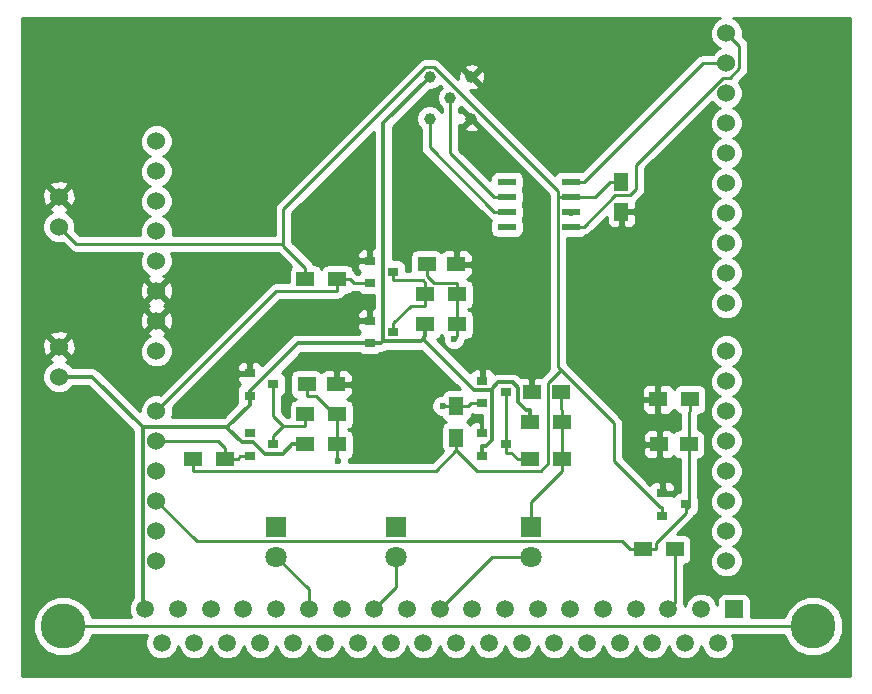
<source format=gtl>
G04 #@! TF.FileFunction,Copper,L1,Top,Signal*
%FSLAX46Y46*%
G04 Gerber Fmt 4.6, Leading zero omitted, Abs format (unit mm)*
G04 Created by KiCad (PCBNEW 4.0.7) date 10/31/17 21:38:08*
%MOMM*%
%LPD*%
G01*
G04 APERTURE LIST*
%ADD10C,0.100000*%
%ADD11R,1.250000X1.500000*%
%ADD12R,1.500000X1.250000*%
%ADD13R,1.520000X1.520000*%
%ADD14C,1.520000*%
%ADD15C,3.810000*%
%ADD16R,1.500000X1.300000*%
%ADD17R,1.300000X1.500000*%
%ADD18C,1.524000*%
%ADD19R,1.550000X0.600000*%
%ADD20C,1.000000*%
%ADD21R,0.900000X0.800000*%
%ADD22R,1.800000X1.800000*%
%ADD23C,1.800000*%
%ADD24C,0.600000*%
%ADD25C,0.250000*%
%ADD26C,0.350000*%
%ADD27C,0.254000*%
G04 APERTURE END LIST*
D10*
D11*
X192405000Y-93325000D03*
X192405000Y-90825000D03*
D12*
X187305000Y-108585000D03*
X184805000Y-108585000D03*
X175915000Y-97790000D03*
X178415000Y-97790000D03*
X165755000Y-107950000D03*
X168255000Y-107950000D03*
X198100000Y-113030000D03*
X195600000Y-113030000D03*
D13*
X201930000Y-127000000D03*
D14*
X199160000Y-127000000D03*
X196390000Y-127000000D03*
X193620000Y-127000000D03*
X190860000Y-127000000D03*
X188090000Y-127000000D03*
X185320000Y-127000000D03*
X182550000Y-127000000D03*
X179780000Y-127000000D03*
D15*
X208640000Y-128420000D03*
X145140000Y-128420000D03*
D14*
X177010000Y-127000000D03*
X174240000Y-127000000D03*
X171480000Y-127000000D03*
X168710000Y-127000000D03*
X165940000Y-127000000D03*
X163170000Y-127000000D03*
X160400000Y-127000000D03*
X157630000Y-127000000D03*
X154860000Y-127000000D03*
X152100000Y-127000000D03*
X200560000Y-129840000D03*
X197790000Y-129840000D03*
X195020000Y-129840000D03*
X192250000Y-129840000D03*
X189480000Y-129840000D03*
X186720000Y-129840000D03*
X183950000Y-129840000D03*
X181180000Y-129840000D03*
X178410000Y-129840000D03*
X175640000Y-129840000D03*
X172870000Y-129840000D03*
X170100000Y-129840000D03*
X167340000Y-129840000D03*
X164570000Y-129840000D03*
X161800000Y-129840000D03*
X159030000Y-129840000D03*
X156260000Y-129840000D03*
X153490000Y-129840000D03*
D16*
X184705000Y-111125000D03*
X187405000Y-111125000D03*
X184705000Y-114300000D03*
X187405000Y-114300000D03*
D17*
X178435000Y-112475000D03*
X178435000Y-109775000D03*
D16*
X175815000Y-102870000D03*
X178515000Y-102870000D03*
X175815000Y-100330000D03*
X178515000Y-100330000D03*
X165655000Y-99060000D03*
X168355000Y-99060000D03*
X165655000Y-113030000D03*
X168355000Y-113030000D03*
X165655000Y-110490000D03*
X168355000Y-110490000D03*
X156130000Y-114300000D03*
X158830000Y-114300000D03*
X194230000Y-121920000D03*
X196930000Y-121920000D03*
X198200000Y-109220000D03*
X195500000Y-109220000D03*
D18*
X153042000Y-87335000D03*
X153042000Y-89875000D03*
X153042000Y-92415000D03*
X153042000Y-94955000D03*
X153042000Y-97495000D03*
X153042000Y-100035000D03*
X153042000Y-102575000D03*
X153042000Y-105115000D03*
X153042000Y-110195000D03*
X201302000Y-105115000D03*
X153042000Y-112735000D03*
X153042000Y-115275000D03*
X153042000Y-117815000D03*
X153042000Y-120355000D03*
X153042000Y-122895000D03*
X201302000Y-78195000D03*
X201302000Y-80735000D03*
X201302000Y-83275000D03*
X201302000Y-85815000D03*
X201302000Y-88355000D03*
X201302000Y-90895000D03*
X201302000Y-93435000D03*
X201302000Y-95975000D03*
X201302000Y-98515000D03*
X201302000Y-101055000D03*
X201302000Y-107655000D03*
X201302000Y-110195000D03*
X201302000Y-112735000D03*
X201302000Y-115275000D03*
X201302000Y-117815000D03*
X201302000Y-120355000D03*
X201302000Y-122895000D03*
D19*
X188120000Y-94615000D03*
X188120000Y-93345000D03*
X188120000Y-92075000D03*
X188120000Y-90805000D03*
X182720000Y-90805000D03*
X182720000Y-92075000D03*
X182720000Y-93345000D03*
X182720000Y-94615000D03*
D20*
X179705000Y-81915000D03*
X176165000Y-81915000D03*
X179705000Y-85455000D03*
X176165000Y-85455000D03*
X177935000Y-83685000D03*
D21*
X180610000Y-112080000D03*
X180610000Y-113980000D03*
X182610000Y-113030000D03*
X171085000Y-102555000D03*
X171085000Y-104455000D03*
X173085000Y-103505000D03*
X160925000Y-107000000D03*
X160925000Y-108900000D03*
X162925000Y-107950000D03*
X180610000Y-107635000D03*
X180610000Y-109535000D03*
X182610000Y-108585000D03*
X171085000Y-97475000D03*
X171085000Y-99375000D03*
X173085000Y-98425000D03*
X160925000Y-112080000D03*
X160925000Y-113980000D03*
X162925000Y-113030000D03*
D18*
X144780000Y-107315000D03*
X144780000Y-104775000D03*
X144780000Y-94615000D03*
X144780000Y-92075000D03*
D21*
X195850000Y-117160000D03*
X195850000Y-119060000D03*
X197850000Y-118110000D03*
D22*
X184785000Y-120015000D03*
D23*
X184785000Y-122555000D03*
D22*
X173355000Y-120015000D03*
D23*
X173355000Y-122555000D03*
D22*
X163195000Y-120015000D03*
D23*
X163195000Y-122555000D03*
D24*
X178230000Y-104147500D03*
X168437100Y-114415100D03*
X177260300Y-109767500D03*
D25*
X187305000Y-110049700D02*
X187305000Y-108585000D01*
X187405000Y-110149700D02*
X187305000Y-110049700D01*
X187405000Y-111125000D02*
X187405000Y-110149700D01*
X187405000Y-111125000D02*
X187405000Y-114300000D01*
X184785000Y-117895300D02*
X187405000Y-115275300D01*
X184785000Y-120015000D02*
X184785000Y-117895300D01*
X187405000Y-114300000D02*
X187405000Y-115275300D01*
X175915000Y-97790000D02*
X175915000Y-98740300D01*
X178515000Y-100330000D02*
X178515000Y-102870000D01*
X176529400Y-99354700D02*
X175915000Y-98740300D01*
X178515000Y-99354700D02*
X176529400Y-99354700D01*
X178515000Y-100330000D02*
X178515000Y-99354700D01*
X178515000Y-103862500D02*
X178515000Y-102870000D01*
X178230000Y-104147500D02*
X178515000Y-103862500D01*
X168355000Y-114333000D02*
X168355000Y-113030000D01*
X168437100Y-114415100D02*
X168355000Y-114333000D01*
X168355000Y-113030000D02*
X168355000Y-110690000D01*
X168355000Y-110690000D02*
X168355000Y-110490000D01*
X166565300Y-108900300D02*
X165755000Y-108900300D01*
X168355000Y-110690000D02*
X166565300Y-108900300D01*
X165755000Y-107950000D02*
X165755000Y-108900300D01*
X195305300Y-121380000D02*
X195305300Y-121920000D01*
X197850000Y-118835300D02*
X195305300Y-121380000D01*
X194230000Y-121920000D02*
X195305300Y-121920000D01*
X192475100Y-121240400D02*
X193154700Y-121920000D01*
X156467400Y-121240400D02*
X192475100Y-121240400D01*
X153042000Y-117815000D02*
X156467400Y-121240400D01*
X194230000Y-121920000D02*
X193154700Y-121920000D01*
X198100000Y-110295300D02*
X198100000Y-113030000D01*
X198200000Y-110195300D02*
X198100000Y-110295300D01*
X198200000Y-109220000D02*
X198200000Y-110195300D01*
X197850000Y-118110000D02*
X197850000Y-118472600D01*
X197850000Y-118472600D02*
X197850000Y-118835300D01*
X198100000Y-118222600D02*
X198100000Y-113030000D01*
X197850000Y-118472600D02*
X198100000Y-118222600D01*
X196930000Y-126460000D02*
X196390000Y-127000000D01*
X196930000Y-121920000D02*
X196930000Y-126460000D01*
D26*
X160925000Y-108899900D02*
X160925000Y-108512300D01*
X184705000Y-111125000D02*
X184705000Y-110099700D01*
X180610000Y-113980000D02*
X180610000Y-113204700D01*
X175815000Y-102870000D02*
X175815000Y-103895300D01*
X164982300Y-104455000D02*
X160925000Y-108512300D01*
X171085000Y-104455000D02*
X164982300Y-104455000D01*
X181435400Y-112670000D02*
X181435400Y-108422000D01*
X180900700Y-113204700D02*
X181435400Y-112670000D01*
X180610000Y-113204700D02*
X180900700Y-113204700D01*
X184320400Y-110099700D02*
X184705000Y-110099700D01*
X183679700Y-109459000D02*
X184320400Y-110099700D01*
X183679700Y-108256300D02*
X183679700Y-109459000D01*
X183195200Y-107771800D02*
X183679700Y-108256300D01*
X181998100Y-107771800D02*
X183195200Y-107771800D01*
X181435400Y-108334500D02*
X181998100Y-107771800D01*
X181435400Y-108422000D02*
X181435400Y-108334500D01*
X179921900Y-108422000D02*
X175605100Y-104105200D01*
X181435400Y-108422000D02*
X179921900Y-108422000D01*
X175605100Y-104105200D02*
X175815000Y-103895300D01*
X160925000Y-108899900D02*
X160925000Y-108900000D01*
X151901900Y-126801900D02*
X151901900Y-111597800D01*
X152100000Y-127000000D02*
X151901900Y-126801900D01*
X147619100Y-107315000D02*
X144780000Y-107315000D01*
X151901900Y-111597800D02*
X147619100Y-107315000D01*
X160925000Y-108900000D02*
X160925000Y-109675300D01*
X165655000Y-113030000D02*
X164529700Y-113030000D01*
X151968300Y-111531400D02*
X159135300Y-111531400D01*
X151901900Y-111597800D02*
X151968300Y-111531400D01*
X159135300Y-111465000D02*
X159135300Y-111531400D01*
X160925000Y-109675300D02*
X159135300Y-111465000D01*
X163754300Y-113805400D02*
X164529700Y-113030000D01*
X162194400Y-113805400D02*
X163754300Y-113805400D01*
X161244400Y-112855400D02*
X162194400Y-113805400D01*
X160245100Y-112855400D02*
X161244400Y-112855400D01*
X159135300Y-111745600D02*
X160245100Y-112855400D01*
X159135300Y-111531400D02*
X159135300Y-111745600D01*
X172234500Y-85845500D02*
X176165000Y-81915000D01*
X172234500Y-104301900D02*
X172234500Y-85845500D01*
X172081400Y-104455000D02*
X172234500Y-104301900D01*
X171085000Y-104455000D02*
X172081400Y-104455000D01*
X175408400Y-104301900D02*
X175605100Y-104105200D01*
X172234500Y-104301900D02*
X175408400Y-104301900D01*
D25*
X179650300Y-109535000D02*
X179410300Y-109775000D01*
X180610000Y-109535000D02*
X179650300Y-109535000D01*
X178435000Y-109775000D02*
X179410300Y-109775000D01*
X177452200Y-109767500D02*
X177459700Y-109775000D01*
X177260300Y-109767500D02*
X177452200Y-109767500D01*
X178435000Y-109775000D02*
X177459700Y-109775000D01*
X169745300Y-99375000D02*
X169430300Y-99060000D01*
X171085000Y-99375000D02*
X169745300Y-99375000D01*
X168355000Y-99060000D02*
X169430300Y-99060000D01*
X163201700Y-100035300D02*
X168355000Y-100035300D01*
X153042000Y-110195000D02*
X163201700Y-100035300D01*
X168355000Y-99060000D02*
X168355000Y-100035300D01*
X158240300Y-112735000D02*
X158830000Y-113324700D01*
X153042000Y-112735000D02*
X158240300Y-112735000D01*
X158830000Y-114300000D02*
X158830000Y-113324700D01*
X160149700Y-114055600D02*
X159905300Y-114300000D01*
X160149700Y-113980000D02*
X160149700Y-114055600D01*
X158830000Y-114300000D02*
X159905300Y-114300000D01*
X160925000Y-113980000D02*
X160149700Y-113980000D01*
X202392100Y-79285100D02*
X201302000Y-78195000D01*
X202392100Y-81207400D02*
X202392100Y-79285100D01*
X201594500Y-82005000D02*
X202392100Y-81207400D01*
X201025200Y-82005000D02*
X201594500Y-82005000D01*
X193674000Y-89356200D02*
X201025200Y-82005000D01*
X193674000Y-91411200D02*
X193674000Y-89356200D01*
X193154200Y-91931000D02*
X193674000Y-91411200D01*
X191904300Y-91931000D02*
X193154200Y-91931000D01*
X189220300Y-94615000D02*
X191904300Y-91931000D01*
X188120000Y-94615000D02*
X189220300Y-94615000D01*
X199290300Y-80735000D02*
X201302000Y-80735000D01*
X189220300Y-90805000D02*
X199290300Y-80735000D01*
X188120000Y-90805000D02*
X189220300Y-90805000D01*
X177935000Y-88390300D02*
X181619700Y-92075000D01*
X177935000Y-83685000D02*
X177935000Y-88390300D01*
X182720000Y-92075000D02*
X181619700Y-92075000D01*
X176165000Y-87890300D02*
X181619700Y-93345000D01*
X176165000Y-85455000D02*
X176165000Y-87890300D01*
X182720000Y-93345000D02*
X181619700Y-93345000D01*
X145140000Y-128420000D02*
X208640000Y-128420000D01*
X192405000Y-90825000D02*
X191454700Y-90825000D01*
X165655000Y-99060000D02*
X165655000Y-98084700D01*
X190204700Y-92075000D02*
X188120000Y-92075000D01*
X191454700Y-90825000D02*
X190204700Y-92075000D01*
X188120000Y-92075000D02*
X187019700Y-92075000D01*
X146239100Y-96074100D02*
X163795300Y-96074100D01*
X144780000Y-94615000D02*
X146239100Y-96074100D01*
X163795300Y-96225000D02*
X163795300Y-96074100D01*
X165655000Y-98084700D02*
X163795300Y-96225000D01*
X187019700Y-91596800D02*
X187019700Y-92075000D01*
X176509400Y-81086500D02*
X187019700Y-91596800D01*
X175818300Y-81086500D02*
X176509400Y-81086500D01*
X163795300Y-93109500D02*
X175818300Y-81086500D01*
X163795300Y-96074100D02*
X163795300Y-93109500D01*
X195850000Y-119060000D02*
X195850000Y-118334700D01*
X178435000Y-112475000D02*
X178435000Y-113550300D01*
X180165000Y-115280300D02*
X178435000Y-113550300D01*
X185598600Y-115280300D02*
X180165000Y-115280300D01*
X186229600Y-114649300D02*
X185598600Y-115280300D01*
X186229600Y-107806100D02*
X186229600Y-114649300D01*
X187300200Y-106735500D02*
X186229600Y-107806100D01*
X187019700Y-106455000D02*
X187300200Y-106735500D01*
X187019700Y-92075000D02*
X187019700Y-106455000D01*
X195668700Y-118334700D02*
X195850000Y-118334700D01*
X191777500Y-114443500D02*
X195668700Y-118334700D01*
X191777500Y-111212800D02*
X191777500Y-114443500D01*
X187300200Y-106735500D02*
X191777500Y-111212800D01*
X176710000Y-115275300D02*
X178435000Y-113550300D01*
X156130000Y-115275300D02*
X176710000Y-115275300D01*
X156130000Y-114300000D02*
X156130000Y-115275300D01*
X182610000Y-108585000D02*
X182610000Y-113030000D01*
X183085000Y-113755300D02*
X183629700Y-114300000D01*
X182610000Y-113755300D02*
X183085000Y-113755300D01*
X182610000Y-113030000D02*
X182610000Y-113755300D01*
X184705000Y-114300000D02*
X183629700Y-114300000D01*
X175610600Y-99150300D02*
X175815000Y-99354700D01*
X173085000Y-99150300D02*
X175610600Y-99150300D01*
X173085000Y-98425000D02*
X173085000Y-99150300D01*
X175815000Y-100330000D02*
X175815000Y-99354700D01*
X174559400Y-101305300D02*
X175815000Y-101305300D01*
X173085000Y-102779700D02*
X174559400Y-101305300D01*
X173085000Y-103505000D02*
X173085000Y-102779700D01*
X175815000Y-100330000D02*
X175815000Y-101305300D01*
X162925000Y-113030000D02*
X162925000Y-112304700D01*
X165655000Y-110490000D02*
X165655000Y-111465300D01*
X162925000Y-110625900D02*
X162925000Y-107950000D01*
X163764400Y-111465300D02*
X162925000Y-110625900D01*
X162925000Y-112304700D02*
X163764400Y-111465300D01*
X163764400Y-111465300D02*
X165655000Y-111465300D01*
X181455000Y-122555000D02*
X177010000Y-127000000D01*
X184785000Y-122555000D02*
X181455000Y-122555000D01*
X173355000Y-125125000D02*
X173355000Y-122555000D01*
X171480000Y-127000000D02*
X173355000Y-125125000D01*
X165940000Y-125300000D02*
X163195000Y-122555000D01*
X165940000Y-127000000D02*
X165940000Y-125300000D01*
D27*
G36*
X200511697Y-77009990D02*
X200118371Y-77402630D01*
X199905243Y-77915900D01*
X199904758Y-78471661D01*
X200116990Y-78985303D01*
X200509630Y-79378629D01*
X200717512Y-79464949D01*
X200511697Y-79549990D01*
X200118371Y-79942630D01*
X200104930Y-79975000D01*
X199290300Y-79975000D01*
X198999461Y-80032852D01*
X198752899Y-80197599D01*
X189059605Y-89890893D01*
X188895000Y-89857560D01*
X187345000Y-89857560D01*
X187109683Y-89901838D01*
X186893559Y-90040910D01*
X186749479Y-90251777D01*
X179560758Y-83063056D01*
X180010375Y-83031217D01*
X180278352Y-82920217D01*
X180315499Y-82705104D01*
X179705000Y-82094605D01*
X179690858Y-82108748D01*
X179511253Y-81929143D01*
X179525395Y-81915000D01*
X179884605Y-81915000D01*
X180495104Y-82525499D01*
X180710217Y-82488352D01*
X180853112Y-82060028D01*
X180821217Y-81609625D01*
X180710217Y-81341648D01*
X180495104Y-81304501D01*
X179884605Y-81915000D01*
X179525395Y-81915000D01*
X178914896Y-81304501D01*
X178699783Y-81341648D01*
X178556888Y-81769972D01*
X178578929Y-82081227D01*
X177622598Y-81124896D01*
X179094501Y-81124896D01*
X179705000Y-81735395D01*
X180315499Y-81124896D01*
X180278352Y-80909783D01*
X179850028Y-80766888D01*
X179399625Y-80798783D01*
X179131648Y-80909783D01*
X179094501Y-81124896D01*
X177622598Y-81124896D01*
X177046801Y-80549099D01*
X176800239Y-80384352D01*
X176509400Y-80326500D01*
X175818300Y-80326500D01*
X175527461Y-80384352D01*
X175280899Y-80549099D01*
X163257899Y-92572099D01*
X163093152Y-92818661D01*
X163035300Y-93109500D01*
X163035300Y-95314100D01*
X154405538Y-95314100D01*
X154438757Y-95234100D01*
X154439242Y-94678339D01*
X154227010Y-94164697D01*
X153834370Y-93771371D01*
X153626488Y-93685051D01*
X153832303Y-93600010D01*
X154225629Y-93207370D01*
X154438757Y-92694100D01*
X154439242Y-92138339D01*
X154227010Y-91624697D01*
X153834370Y-91231371D01*
X153626488Y-91145051D01*
X153832303Y-91060010D01*
X154225629Y-90667370D01*
X154438757Y-90154100D01*
X154439242Y-89598339D01*
X154227010Y-89084697D01*
X153834370Y-88691371D01*
X153626488Y-88605051D01*
X153832303Y-88520010D01*
X154225629Y-88127370D01*
X154438757Y-87614100D01*
X154439242Y-87058339D01*
X154227010Y-86544697D01*
X153834370Y-86151371D01*
X153321100Y-85938243D01*
X152765339Y-85937758D01*
X152251697Y-86149990D01*
X151858371Y-86542630D01*
X151645243Y-87055900D01*
X151644758Y-87611661D01*
X151856990Y-88125303D01*
X152249630Y-88518629D01*
X152457512Y-88604949D01*
X152251697Y-88689990D01*
X151858371Y-89082630D01*
X151645243Y-89595900D01*
X151644758Y-90151661D01*
X151856990Y-90665303D01*
X152249630Y-91058629D01*
X152457512Y-91144949D01*
X152251697Y-91229990D01*
X151858371Y-91622630D01*
X151645243Y-92135900D01*
X151644758Y-92691661D01*
X151856990Y-93205303D01*
X152249630Y-93598629D01*
X152457512Y-93684949D01*
X152251697Y-93769990D01*
X151858371Y-94162630D01*
X151645243Y-94675900D01*
X151644758Y-95231661D01*
X151678821Y-95314100D01*
X146553902Y-95314100D01*
X146164183Y-94924381D01*
X146176757Y-94894100D01*
X146177242Y-94338339D01*
X145965010Y-93824697D01*
X145572370Y-93431371D01*
X145380273Y-93351605D01*
X145511143Y-93297397D01*
X145580608Y-93055213D01*
X144780000Y-92254605D01*
X143979392Y-93055213D01*
X144048857Y-93297397D01*
X144189318Y-93347509D01*
X143989697Y-93429990D01*
X143596371Y-93822630D01*
X143383243Y-94335900D01*
X143382758Y-94891661D01*
X143594990Y-95405303D01*
X143987630Y-95798629D01*
X144500900Y-96011757D01*
X145056661Y-96012242D01*
X145089055Y-95998857D01*
X145701699Y-96611501D01*
X145948261Y-96776248D01*
X146239100Y-96834100D01*
X151803780Y-96834100D01*
X151645243Y-97215900D01*
X151644758Y-97771661D01*
X151856990Y-98285303D01*
X152249630Y-98678629D01*
X152441727Y-98758395D01*
X152310857Y-98812603D01*
X152241392Y-99054787D01*
X153042000Y-99855395D01*
X153842608Y-99054787D01*
X153773143Y-98812603D01*
X153632682Y-98762491D01*
X153832303Y-98680010D01*
X154225629Y-98287370D01*
X154438757Y-97774100D01*
X154439242Y-97218339D01*
X154280478Y-96834100D01*
X163329598Y-96834100D01*
X164448627Y-97953129D01*
X164308569Y-98158110D01*
X164257560Y-98410000D01*
X164257560Y-99275300D01*
X163201700Y-99275300D01*
X162910861Y-99333152D01*
X162664299Y-99497899D01*
X153351381Y-108810817D01*
X153321100Y-108798243D01*
X152765339Y-108797758D01*
X152251697Y-109009990D01*
X151858371Y-109402630D01*
X151645243Y-109915900D01*
X151644999Y-110195386D01*
X148191856Y-106742244D01*
X148123654Y-106696673D01*
X147929074Y-106566658D01*
X147619100Y-106505000D01*
X145945347Y-106505000D01*
X145572370Y-106131371D01*
X145380273Y-106051605D01*
X145511143Y-105997397D01*
X145580608Y-105755213D01*
X144780000Y-104954605D01*
X143979392Y-105755213D01*
X144048857Y-105997397D01*
X144189318Y-106047509D01*
X143989697Y-106129990D01*
X143596371Y-106522630D01*
X143383243Y-107035900D01*
X143382758Y-107591661D01*
X143594990Y-108105303D01*
X143987630Y-108498629D01*
X144500900Y-108711757D01*
X145056661Y-108712242D01*
X145570303Y-108500010D01*
X145945968Y-108125000D01*
X147283588Y-108125000D01*
X151091900Y-111933313D01*
X151091900Y-126035233D01*
X150918066Y-126208764D01*
X150705242Y-126721300D01*
X150704758Y-127276265D01*
X150863314Y-127660000D01*
X147574258Y-127660000D01*
X147294563Y-126983085D01*
X146580673Y-126267948D01*
X145647454Y-125880441D01*
X144636979Y-125879560D01*
X143703085Y-126265437D01*
X142987948Y-126979327D01*
X142600441Y-127912546D01*
X142599560Y-128923021D01*
X142985437Y-129856915D01*
X143699327Y-130572052D01*
X144632546Y-130959559D01*
X145643021Y-130960440D01*
X146576915Y-130574563D01*
X147292052Y-129860673D01*
X147574693Y-129180000D01*
X152253572Y-129180000D01*
X152095242Y-129561300D01*
X152094758Y-130116265D01*
X152306687Y-130629172D01*
X152698764Y-131021934D01*
X153211300Y-131234758D01*
X153766265Y-131235242D01*
X154279172Y-131023313D01*
X154671934Y-130631236D01*
X154875238Y-130141628D01*
X155076687Y-130629172D01*
X155468764Y-131021934D01*
X155981300Y-131234758D01*
X156536265Y-131235242D01*
X157049172Y-131023313D01*
X157441934Y-130631236D01*
X157645238Y-130141628D01*
X157846687Y-130629172D01*
X158238764Y-131021934D01*
X158751300Y-131234758D01*
X159306265Y-131235242D01*
X159819172Y-131023313D01*
X160211934Y-130631236D01*
X160415238Y-130141628D01*
X160616687Y-130629172D01*
X161008764Y-131021934D01*
X161521300Y-131234758D01*
X162076265Y-131235242D01*
X162589172Y-131023313D01*
X162981934Y-130631236D01*
X163185238Y-130141628D01*
X163386687Y-130629172D01*
X163778764Y-131021934D01*
X164291300Y-131234758D01*
X164846265Y-131235242D01*
X165359172Y-131023313D01*
X165751934Y-130631236D01*
X165955238Y-130141628D01*
X166156687Y-130629172D01*
X166548764Y-131021934D01*
X167061300Y-131234758D01*
X167616265Y-131235242D01*
X168129172Y-131023313D01*
X168521934Y-130631236D01*
X168720225Y-130153699D01*
X168916687Y-130629172D01*
X169308764Y-131021934D01*
X169821300Y-131234758D01*
X170376265Y-131235242D01*
X170889172Y-131023313D01*
X171281934Y-130631236D01*
X171485238Y-130141628D01*
X171686687Y-130629172D01*
X172078764Y-131021934D01*
X172591300Y-131234758D01*
X173146265Y-131235242D01*
X173659172Y-131023313D01*
X174051934Y-130631236D01*
X174255238Y-130141628D01*
X174456687Y-130629172D01*
X174848764Y-131021934D01*
X175361300Y-131234758D01*
X175916265Y-131235242D01*
X176429172Y-131023313D01*
X176821934Y-130631236D01*
X177025238Y-130141628D01*
X177226687Y-130629172D01*
X177618764Y-131021934D01*
X178131300Y-131234758D01*
X178686265Y-131235242D01*
X179199172Y-131023313D01*
X179591934Y-130631236D01*
X179795238Y-130141628D01*
X179996687Y-130629172D01*
X180388764Y-131021934D01*
X180901300Y-131234758D01*
X181456265Y-131235242D01*
X181969172Y-131023313D01*
X182361934Y-130631236D01*
X182565238Y-130141628D01*
X182766687Y-130629172D01*
X183158764Y-131021934D01*
X183671300Y-131234758D01*
X184226265Y-131235242D01*
X184739172Y-131023313D01*
X185131934Y-130631236D01*
X185335238Y-130141628D01*
X185536687Y-130629172D01*
X185928764Y-131021934D01*
X186441300Y-131234758D01*
X186996265Y-131235242D01*
X187509172Y-131023313D01*
X187901934Y-130631236D01*
X188100225Y-130153699D01*
X188296687Y-130629172D01*
X188688764Y-131021934D01*
X189201300Y-131234758D01*
X189756265Y-131235242D01*
X190269172Y-131023313D01*
X190661934Y-130631236D01*
X190865238Y-130141628D01*
X191066687Y-130629172D01*
X191458764Y-131021934D01*
X191971300Y-131234758D01*
X192526265Y-131235242D01*
X193039172Y-131023313D01*
X193431934Y-130631236D01*
X193635238Y-130141628D01*
X193836687Y-130629172D01*
X194228764Y-131021934D01*
X194741300Y-131234758D01*
X195296265Y-131235242D01*
X195809172Y-131023313D01*
X196201934Y-130631236D01*
X196405238Y-130141628D01*
X196606687Y-130629172D01*
X196998764Y-131021934D01*
X197511300Y-131234758D01*
X198066265Y-131235242D01*
X198579172Y-131023313D01*
X198971934Y-130631236D01*
X199175238Y-130141628D01*
X199376687Y-130629172D01*
X199768764Y-131021934D01*
X200281300Y-131234758D01*
X200836265Y-131235242D01*
X201349172Y-131023313D01*
X201741934Y-130631236D01*
X201954758Y-130118700D01*
X201955242Y-129563735D01*
X201796686Y-129180000D01*
X206205742Y-129180000D01*
X206485437Y-129856915D01*
X207199327Y-130572052D01*
X208132546Y-130959559D01*
X209143021Y-130960440D01*
X210076915Y-130574563D01*
X210792052Y-129860673D01*
X211179559Y-128927454D01*
X211180440Y-127916979D01*
X210794563Y-126983085D01*
X210080673Y-126267948D01*
X209147454Y-125880441D01*
X208136979Y-125879560D01*
X207203085Y-126265437D01*
X206487948Y-126979327D01*
X206205307Y-127660000D01*
X203337440Y-127660000D01*
X203337440Y-126240000D01*
X203293162Y-126004683D01*
X203154090Y-125788559D01*
X202941890Y-125643569D01*
X202690000Y-125592560D01*
X201170000Y-125592560D01*
X200934683Y-125636838D01*
X200718559Y-125775910D01*
X200573569Y-125988110D01*
X200522560Y-126240000D01*
X200522560Y-126644639D01*
X200343313Y-126210828D01*
X199951236Y-125818066D01*
X199438700Y-125605242D01*
X198883735Y-125604758D01*
X198370828Y-125816687D01*
X197978066Y-126208764D01*
X197774762Y-126698372D01*
X197685538Y-126482433D01*
X197690000Y-126460000D01*
X197690000Y-123215558D01*
X197915317Y-123173162D01*
X198131441Y-123034090D01*
X198276431Y-122821890D01*
X198327440Y-122570000D01*
X198327440Y-121270000D01*
X198283162Y-121034683D01*
X198144090Y-120818559D01*
X197931890Y-120673569D01*
X197680000Y-120622560D01*
X197137542Y-120622560D01*
X198387401Y-119372701D01*
X198552148Y-119126140D01*
X198557579Y-119098837D01*
X198751441Y-118974090D01*
X198896431Y-118761890D01*
X198947440Y-118510000D01*
X198947440Y-117710000D01*
X198903162Y-117474683D01*
X198860000Y-117407607D01*
X198860000Y-114300558D01*
X199085317Y-114258162D01*
X199301441Y-114119090D01*
X199446431Y-113906890D01*
X199497440Y-113655000D01*
X199497440Y-112405000D01*
X199453162Y-112169683D01*
X199314090Y-111953559D01*
X199101890Y-111808569D01*
X198860000Y-111759585D01*
X198860000Y-110549219D01*
X198881234Y-110517440D01*
X198950000Y-110517440D01*
X199185317Y-110473162D01*
X199401441Y-110334090D01*
X199546431Y-110121890D01*
X199597440Y-109870000D01*
X199597440Y-108570000D01*
X199553162Y-108334683D01*
X199414090Y-108118559D01*
X199201890Y-107973569D01*
X198950000Y-107922560D01*
X197450000Y-107922560D01*
X197214683Y-107966838D01*
X196998559Y-108105910D01*
X196853569Y-108318110D01*
X196846809Y-108351490D01*
X196788327Y-108210301D01*
X196609698Y-108031673D01*
X196376309Y-107935000D01*
X195785750Y-107935000D01*
X195627000Y-108093750D01*
X195627000Y-109093000D01*
X195647000Y-109093000D01*
X195647000Y-109347000D01*
X195627000Y-109347000D01*
X195627000Y-110346250D01*
X195785750Y-110505000D01*
X196376309Y-110505000D01*
X196609698Y-110408327D01*
X196788327Y-110229699D01*
X196844654Y-110093713D01*
X196846838Y-110105317D01*
X196985910Y-110321441D01*
X197198110Y-110466431D01*
X197340000Y-110495164D01*
X197340000Y-111759442D01*
X197114683Y-111801838D01*
X196898559Y-111940910D01*
X196852031Y-112009006D01*
X196709698Y-111866673D01*
X196476309Y-111770000D01*
X195885750Y-111770000D01*
X195727000Y-111928750D01*
X195727000Y-112903000D01*
X195747000Y-112903000D01*
X195747000Y-113157000D01*
X195727000Y-113157000D01*
X195727000Y-114131250D01*
X195885750Y-114290000D01*
X196476309Y-114290000D01*
X196709698Y-114193327D01*
X196850936Y-114052090D01*
X196885910Y-114106441D01*
X197098110Y-114251431D01*
X197340000Y-114300415D01*
X197340000Y-117073850D01*
X197164683Y-117106838D01*
X196948559Y-117245910D01*
X196861936Y-117372686D01*
X196776250Y-117287000D01*
X195977000Y-117287000D01*
X195977000Y-117307000D01*
X195723000Y-117307000D01*
X195723000Y-117287000D01*
X195703000Y-117287000D01*
X195703000Y-117033000D01*
X195723000Y-117033000D01*
X195723000Y-116283750D01*
X195977000Y-116283750D01*
X195977000Y-117033000D01*
X196776250Y-117033000D01*
X196935000Y-116874250D01*
X196935000Y-116633690D01*
X196838327Y-116400301D01*
X196659698Y-116221673D01*
X196426309Y-116125000D01*
X196135750Y-116125000D01*
X195977000Y-116283750D01*
X195723000Y-116283750D01*
X195564250Y-116125000D01*
X195273691Y-116125000D01*
X195040302Y-116221673D01*
X194861673Y-116400301D01*
X194846276Y-116437474D01*
X192537500Y-114128698D01*
X192537500Y-113315750D01*
X194215000Y-113315750D01*
X194215000Y-113781310D01*
X194311673Y-114014699D01*
X194490302Y-114193327D01*
X194723691Y-114290000D01*
X195314250Y-114290000D01*
X195473000Y-114131250D01*
X195473000Y-113157000D01*
X194373750Y-113157000D01*
X194215000Y-113315750D01*
X192537500Y-113315750D01*
X192537500Y-112278690D01*
X194215000Y-112278690D01*
X194215000Y-112744250D01*
X194373750Y-112903000D01*
X195473000Y-112903000D01*
X195473000Y-111928750D01*
X195314250Y-111770000D01*
X194723691Y-111770000D01*
X194490302Y-111866673D01*
X194311673Y-112045301D01*
X194215000Y-112278690D01*
X192537500Y-112278690D01*
X192537500Y-111212800D01*
X192500153Y-111025044D01*
X192479648Y-110921960D01*
X192314901Y-110675399D01*
X191145252Y-109505750D01*
X194115000Y-109505750D01*
X194115000Y-109996310D01*
X194211673Y-110229699D01*
X194390302Y-110408327D01*
X194623691Y-110505000D01*
X195214250Y-110505000D01*
X195373000Y-110346250D01*
X195373000Y-109347000D01*
X194273750Y-109347000D01*
X194115000Y-109505750D01*
X191145252Y-109505750D01*
X190083192Y-108443690D01*
X194115000Y-108443690D01*
X194115000Y-108934250D01*
X194273750Y-109093000D01*
X195373000Y-109093000D01*
X195373000Y-108093750D01*
X195214250Y-107935000D01*
X194623691Y-107935000D01*
X194390302Y-108031673D01*
X194211673Y-108210301D01*
X194115000Y-108443690D01*
X190083192Y-108443690D01*
X187779700Y-106140198D01*
X187779700Y-105391661D01*
X199904758Y-105391661D01*
X200116990Y-105905303D01*
X200509630Y-106298629D01*
X200717512Y-106384949D01*
X200511697Y-106469990D01*
X200118371Y-106862630D01*
X199905243Y-107375900D01*
X199904758Y-107931661D01*
X200116990Y-108445303D01*
X200509630Y-108838629D01*
X200717512Y-108924949D01*
X200511697Y-109009990D01*
X200118371Y-109402630D01*
X199905243Y-109915900D01*
X199904758Y-110471661D01*
X200116990Y-110985303D01*
X200509630Y-111378629D01*
X200717512Y-111464949D01*
X200511697Y-111549990D01*
X200118371Y-111942630D01*
X199905243Y-112455900D01*
X199904758Y-113011661D01*
X200116990Y-113525303D01*
X200509630Y-113918629D01*
X200717512Y-114004949D01*
X200511697Y-114089990D01*
X200118371Y-114482630D01*
X199905243Y-114995900D01*
X199904758Y-115551661D01*
X200116990Y-116065303D01*
X200509630Y-116458629D01*
X200717512Y-116544949D01*
X200511697Y-116629990D01*
X200118371Y-117022630D01*
X199905243Y-117535900D01*
X199904758Y-118091661D01*
X200116990Y-118605303D01*
X200509630Y-118998629D01*
X200717512Y-119084949D01*
X200511697Y-119169990D01*
X200118371Y-119562630D01*
X199905243Y-120075900D01*
X199904758Y-120631661D01*
X200116990Y-121145303D01*
X200509630Y-121538629D01*
X200717512Y-121624949D01*
X200511697Y-121709990D01*
X200118371Y-122102630D01*
X199905243Y-122615900D01*
X199904758Y-123171661D01*
X200116990Y-123685303D01*
X200509630Y-124078629D01*
X201022900Y-124291757D01*
X201578661Y-124292242D01*
X202092303Y-124080010D01*
X202485629Y-123687370D01*
X202698757Y-123174100D01*
X202699242Y-122618339D01*
X202487010Y-122104697D01*
X202094370Y-121711371D01*
X201886488Y-121625051D01*
X202092303Y-121540010D01*
X202485629Y-121147370D01*
X202698757Y-120634100D01*
X202699242Y-120078339D01*
X202487010Y-119564697D01*
X202094370Y-119171371D01*
X201886488Y-119085051D01*
X202092303Y-119000010D01*
X202485629Y-118607370D01*
X202698757Y-118094100D01*
X202699242Y-117538339D01*
X202487010Y-117024697D01*
X202094370Y-116631371D01*
X201886488Y-116545051D01*
X202092303Y-116460010D01*
X202485629Y-116067370D01*
X202698757Y-115554100D01*
X202699242Y-114998339D01*
X202487010Y-114484697D01*
X202094370Y-114091371D01*
X201886488Y-114005051D01*
X202092303Y-113920010D01*
X202485629Y-113527370D01*
X202698757Y-113014100D01*
X202699242Y-112458339D01*
X202487010Y-111944697D01*
X202094370Y-111551371D01*
X201886488Y-111465051D01*
X202092303Y-111380010D01*
X202485629Y-110987370D01*
X202698757Y-110474100D01*
X202699242Y-109918339D01*
X202487010Y-109404697D01*
X202094370Y-109011371D01*
X201886488Y-108925051D01*
X202092303Y-108840010D01*
X202485629Y-108447370D01*
X202698757Y-107934100D01*
X202699242Y-107378339D01*
X202487010Y-106864697D01*
X202094370Y-106471371D01*
X201886488Y-106385051D01*
X202092303Y-106300010D01*
X202485629Y-105907370D01*
X202698757Y-105394100D01*
X202699242Y-104838339D01*
X202487010Y-104324697D01*
X202094370Y-103931371D01*
X201581100Y-103718243D01*
X201025339Y-103717758D01*
X200511697Y-103929990D01*
X200118371Y-104322630D01*
X199905243Y-104835900D01*
X199904758Y-105391661D01*
X187779700Y-105391661D01*
X187779700Y-95562440D01*
X188895000Y-95562440D01*
X189130317Y-95518162D01*
X189346441Y-95379090D01*
X189369516Y-95345319D01*
X189511139Y-95317148D01*
X189757701Y-95152401D01*
X191145000Y-93765102D01*
X191145000Y-94201309D01*
X191241673Y-94434698D01*
X191420301Y-94613327D01*
X191653690Y-94710000D01*
X192119250Y-94710000D01*
X192278000Y-94551250D01*
X192278000Y-93452000D01*
X192532000Y-93452000D01*
X192532000Y-94551250D01*
X192690750Y-94710000D01*
X193156310Y-94710000D01*
X193389699Y-94613327D01*
X193568327Y-94434698D01*
X193665000Y-94201309D01*
X193665000Y-93610750D01*
X193506250Y-93452000D01*
X192532000Y-93452000D01*
X192278000Y-93452000D01*
X192258000Y-93452000D01*
X192258000Y-93198000D01*
X192278000Y-93198000D01*
X192278000Y-93178000D01*
X192532000Y-93178000D01*
X192532000Y-93198000D01*
X193506250Y-93198000D01*
X193665000Y-93039250D01*
X193665000Y-92486175D01*
X193691601Y-92468401D01*
X194211401Y-91948601D01*
X194376148Y-91702040D01*
X194434000Y-91411200D01*
X194434000Y-89671002D01*
X200094392Y-84010610D01*
X200116990Y-84065303D01*
X200509630Y-84458629D01*
X200717512Y-84544949D01*
X200511697Y-84629990D01*
X200118371Y-85022630D01*
X199905243Y-85535900D01*
X199904758Y-86091661D01*
X200116990Y-86605303D01*
X200509630Y-86998629D01*
X200717512Y-87084949D01*
X200511697Y-87169990D01*
X200118371Y-87562630D01*
X199905243Y-88075900D01*
X199904758Y-88631661D01*
X200116990Y-89145303D01*
X200509630Y-89538629D01*
X200717512Y-89624949D01*
X200511697Y-89709990D01*
X200118371Y-90102630D01*
X199905243Y-90615900D01*
X199904758Y-91171661D01*
X200116990Y-91685303D01*
X200509630Y-92078629D01*
X200717512Y-92164949D01*
X200511697Y-92249990D01*
X200118371Y-92642630D01*
X199905243Y-93155900D01*
X199904758Y-93711661D01*
X200116990Y-94225303D01*
X200509630Y-94618629D01*
X200717512Y-94704949D01*
X200511697Y-94789990D01*
X200118371Y-95182630D01*
X199905243Y-95695900D01*
X199904758Y-96251661D01*
X200116990Y-96765303D01*
X200509630Y-97158629D01*
X200717512Y-97244949D01*
X200511697Y-97329990D01*
X200118371Y-97722630D01*
X199905243Y-98235900D01*
X199904758Y-98791661D01*
X200116990Y-99305303D01*
X200509630Y-99698629D01*
X200717512Y-99784949D01*
X200511697Y-99869990D01*
X200118371Y-100262630D01*
X199905243Y-100775900D01*
X199904758Y-101331661D01*
X200116990Y-101845303D01*
X200509630Y-102238629D01*
X201022900Y-102451757D01*
X201578661Y-102452242D01*
X202092303Y-102240010D01*
X202485629Y-101847370D01*
X202698757Y-101334100D01*
X202699242Y-100778339D01*
X202487010Y-100264697D01*
X202094370Y-99871371D01*
X201886488Y-99785051D01*
X202092303Y-99700010D01*
X202485629Y-99307370D01*
X202698757Y-98794100D01*
X202699242Y-98238339D01*
X202487010Y-97724697D01*
X202094370Y-97331371D01*
X201886488Y-97245051D01*
X202092303Y-97160010D01*
X202485629Y-96767370D01*
X202698757Y-96254100D01*
X202699242Y-95698339D01*
X202487010Y-95184697D01*
X202094370Y-94791371D01*
X201886488Y-94705051D01*
X202092303Y-94620010D01*
X202485629Y-94227370D01*
X202698757Y-93714100D01*
X202699242Y-93158339D01*
X202487010Y-92644697D01*
X202094370Y-92251371D01*
X201886488Y-92165051D01*
X202092303Y-92080010D01*
X202485629Y-91687370D01*
X202698757Y-91174100D01*
X202699242Y-90618339D01*
X202487010Y-90104697D01*
X202094370Y-89711371D01*
X201886488Y-89625051D01*
X202092303Y-89540010D01*
X202485629Y-89147370D01*
X202698757Y-88634100D01*
X202699242Y-88078339D01*
X202487010Y-87564697D01*
X202094370Y-87171371D01*
X201886488Y-87085051D01*
X202092303Y-87000010D01*
X202485629Y-86607370D01*
X202698757Y-86094100D01*
X202699242Y-85538339D01*
X202487010Y-85024697D01*
X202094370Y-84631371D01*
X201886488Y-84545051D01*
X202092303Y-84460010D01*
X202485629Y-84067370D01*
X202698757Y-83554100D01*
X202699242Y-82998339D01*
X202487010Y-82484697D01*
X202338437Y-82335865D01*
X202929501Y-81744801D01*
X203094248Y-81498239D01*
X203152100Y-81207400D01*
X203152100Y-79285100D01*
X203094248Y-78994261D01*
X203094248Y-78994260D01*
X202929501Y-78747699D01*
X202686183Y-78504381D01*
X202698757Y-78474100D01*
X202699242Y-77918339D01*
X202487010Y-77404697D01*
X202094370Y-77011371D01*
X201850241Y-76910000D01*
X211790000Y-76910000D01*
X211790000Y-132640000D01*
X141680000Y-132640000D01*
X141680000Y-104567302D01*
X143370856Y-104567302D01*
X143398638Y-105122368D01*
X143557603Y-105506143D01*
X143799787Y-105575608D01*
X144600395Y-104775000D01*
X144959605Y-104775000D01*
X145760213Y-105575608D01*
X146002397Y-105506143D01*
X146043240Y-105391661D01*
X151644758Y-105391661D01*
X151856990Y-105905303D01*
X152249630Y-106298629D01*
X152762900Y-106511757D01*
X153318661Y-106512242D01*
X153832303Y-106300010D01*
X154225629Y-105907370D01*
X154438757Y-105394100D01*
X154439242Y-104838339D01*
X154227010Y-104324697D01*
X153834370Y-103931371D01*
X153642273Y-103851605D01*
X153773143Y-103797397D01*
X153842608Y-103555213D01*
X153042000Y-102754605D01*
X152241392Y-103555213D01*
X152310857Y-103797397D01*
X152451318Y-103847509D01*
X152251697Y-103929990D01*
X151858371Y-104322630D01*
X151645243Y-104835900D01*
X151644758Y-105391661D01*
X146043240Y-105391661D01*
X146189144Y-104982698D01*
X146161362Y-104427632D01*
X146002397Y-104043857D01*
X145760213Y-103974392D01*
X144959605Y-104775000D01*
X144600395Y-104775000D01*
X143799787Y-103974392D01*
X143557603Y-104043857D01*
X143370856Y-104567302D01*
X141680000Y-104567302D01*
X141680000Y-103794787D01*
X143979392Y-103794787D01*
X144780000Y-104595395D01*
X145580608Y-103794787D01*
X145511143Y-103552603D01*
X144987698Y-103365856D01*
X144432632Y-103393638D01*
X144048857Y-103552603D01*
X143979392Y-103794787D01*
X141680000Y-103794787D01*
X141680000Y-102367302D01*
X151632856Y-102367302D01*
X151660638Y-102922368D01*
X151819603Y-103306143D01*
X152061787Y-103375608D01*
X152862395Y-102575000D01*
X153221605Y-102575000D01*
X154022213Y-103375608D01*
X154264397Y-103306143D01*
X154451144Y-102782698D01*
X154423362Y-102227632D01*
X154264397Y-101843857D01*
X154022213Y-101774392D01*
X153221605Y-102575000D01*
X152862395Y-102575000D01*
X152061787Y-101774392D01*
X151819603Y-101843857D01*
X151632856Y-102367302D01*
X141680000Y-102367302D01*
X141680000Y-101015213D01*
X152241392Y-101015213D01*
X152310857Y-101257397D01*
X152434344Y-101301453D01*
X152310857Y-101352603D01*
X152241392Y-101594787D01*
X153042000Y-102395395D01*
X153842608Y-101594787D01*
X153773143Y-101352603D01*
X153649656Y-101308547D01*
X153773143Y-101257397D01*
X153842608Y-101015213D01*
X153042000Y-100214605D01*
X152241392Y-101015213D01*
X141680000Y-101015213D01*
X141680000Y-99827302D01*
X151632856Y-99827302D01*
X151660638Y-100382368D01*
X151819603Y-100766143D01*
X152061787Y-100835608D01*
X152862395Y-100035000D01*
X153221605Y-100035000D01*
X154022213Y-100835608D01*
X154264397Y-100766143D01*
X154451144Y-100242698D01*
X154423362Y-99687632D01*
X154264397Y-99303857D01*
X154022213Y-99234392D01*
X153221605Y-100035000D01*
X152862395Y-100035000D01*
X152061787Y-99234392D01*
X151819603Y-99303857D01*
X151632856Y-99827302D01*
X141680000Y-99827302D01*
X141680000Y-91867302D01*
X143370856Y-91867302D01*
X143398638Y-92422368D01*
X143557603Y-92806143D01*
X143799787Y-92875608D01*
X144600395Y-92075000D01*
X144959605Y-92075000D01*
X145760213Y-92875608D01*
X146002397Y-92806143D01*
X146189144Y-92282698D01*
X146161362Y-91727632D01*
X146002397Y-91343857D01*
X145760213Y-91274392D01*
X144959605Y-92075000D01*
X144600395Y-92075000D01*
X143799787Y-91274392D01*
X143557603Y-91343857D01*
X143370856Y-91867302D01*
X141680000Y-91867302D01*
X141680000Y-91094787D01*
X143979392Y-91094787D01*
X144780000Y-91895395D01*
X145580608Y-91094787D01*
X145511143Y-90852603D01*
X144987698Y-90665856D01*
X144432632Y-90693638D01*
X144048857Y-90852603D01*
X143979392Y-91094787D01*
X141680000Y-91094787D01*
X141680000Y-76910000D01*
X200753692Y-76910000D01*
X200511697Y-77009990D01*
X200511697Y-77009990D01*
G37*
X200511697Y-77009990D02*
X200118371Y-77402630D01*
X199905243Y-77915900D01*
X199904758Y-78471661D01*
X200116990Y-78985303D01*
X200509630Y-79378629D01*
X200717512Y-79464949D01*
X200511697Y-79549990D01*
X200118371Y-79942630D01*
X200104930Y-79975000D01*
X199290300Y-79975000D01*
X198999461Y-80032852D01*
X198752899Y-80197599D01*
X189059605Y-89890893D01*
X188895000Y-89857560D01*
X187345000Y-89857560D01*
X187109683Y-89901838D01*
X186893559Y-90040910D01*
X186749479Y-90251777D01*
X179560758Y-83063056D01*
X180010375Y-83031217D01*
X180278352Y-82920217D01*
X180315499Y-82705104D01*
X179705000Y-82094605D01*
X179690858Y-82108748D01*
X179511253Y-81929143D01*
X179525395Y-81915000D01*
X179884605Y-81915000D01*
X180495104Y-82525499D01*
X180710217Y-82488352D01*
X180853112Y-82060028D01*
X180821217Y-81609625D01*
X180710217Y-81341648D01*
X180495104Y-81304501D01*
X179884605Y-81915000D01*
X179525395Y-81915000D01*
X178914896Y-81304501D01*
X178699783Y-81341648D01*
X178556888Y-81769972D01*
X178578929Y-82081227D01*
X177622598Y-81124896D01*
X179094501Y-81124896D01*
X179705000Y-81735395D01*
X180315499Y-81124896D01*
X180278352Y-80909783D01*
X179850028Y-80766888D01*
X179399625Y-80798783D01*
X179131648Y-80909783D01*
X179094501Y-81124896D01*
X177622598Y-81124896D01*
X177046801Y-80549099D01*
X176800239Y-80384352D01*
X176509400Y-80326500D01*
X175818300Y-80326500D01*
X175527461Y-80384352D01*
X175280899Y-80549099D01*
X163257899Y-92572099D01*
X163093152Y-92818661D01*
X163035300Y-93109500D01*
X163035300Y-95314100D01*
X154405538Y-95314100D01*
X154438757Y-95234100D01*
X154439242Y-94678339D01*
X154227010Y-94164697D01*
X153834370Y-93771371D01*
X153626488Y-93685051D01*
X153832303Y-93600010D01*
X154225629Y-93207370D01*
X154438757Y-92694100D01*
X154439242Y-92138339D01*
X154227010Y-91624697D01*
X153834370Y-91231371D01*
X153626488Y-91145051D01*
X153832303Y-91060010D01*
X154225629Y-90667370D01*
X154438757Y-90154100D01*
X154439242Y-89598339D01*
X154227010Y-89084697D01*
X153834370Y-88691371D01*
X153626488Y-88605051D01*
X153832303Y-88520010D01*
X154225629Y-88127370D01*
X154438757Y-87614100D01*
X154439242Y-87058339D01*
X154227010Y-86544697D01*
X153834370Y-86151371D01*
X153321100Y-85938243D01*
X152765339Y-85937758D01*
X152251697Y-86149990D01*
X151858371Y-86542630D01*
X151645243Y-87055900D01*
X151644758Y-87611661D01*
X151856990Y-88125303D01*
X152249630Y-88518629D01*
X152457512Y-88604949D01*
X152251697Y-88689990D01*
X151858371Y-89082630D01*
X151645243Y-89595900D01*
X151644758Y-90151661D01*
X151856990Y-90665303D01*
X152249630Y-91058629D01*
X152457512Y-91144949D01*
X152251697Y-91229990D01*
X151858371Y-91622630D01*
X151645243Y-92135900D01*
X151644758Y-92691661D01*
X151856990Y-93205303D01*
X152249630Y-93598629D01*
X152457512Y-93684949D01*
X152251697Y-93769990D01*
X151858371Y-94162630D01*
X151645243Y-94675900D01*
X151644758Y-95231661D01*
X151678821Y-95314100D01*
X146553902Y-95314100D01*
X146164183Y-94924381D01*
X146176757Y-94894100D01*
X146177242Y-94338339D01*
X145965010Y-93824697D01*
X145572370Y-93431371D01*
X145380273Y-93351605D01*
X145511143Y-93297397D01*
X145580608Y-93055213D01*
X144780000Y-92254605D01*
X143979392Y-93055213D01*
X144048857Y-93297397D01*
X144189318Y-93347509D01*
X143989697Y-93429990D01*
X143596371Y-93822630D01*
X143383243Y-94335900D01*
X143382758Y-94891661D01*
X143594990Y-95405303D01*
X143987630Y-95798629D01*
X144500900Y-96011757D01*
X145056661Y-96012242D01*
X145089055Y-95998857D01*
X145701699Y-96611501D01*
X145948261Y-96776248D01*
X146239100Y-96834100D01*
X151803780Y-96834100D01*
X151645243Y-97215900D01*
X151644758Y-97771661D01*
X151856990Y-98285303D01*
X152249630Y-98678629D01*
X152441727Y-98758395D01*
X152310857Y-98812603D01*
X152241392Y-99054787D01*
X153042000Y-99855395D01*
X153842608Y-99054787D01*
X153773143Y-98812603D01*
X153632682Y-98762491D01*
X153832303Y-98680010D01*
X154225629Y-98287370D01*
X154438757Y-97774100D01*
X154439242Y-97218339D01*
X154280478Y-96834100D01*
X163329598Y-96834100D01*
X164448627Y-97953129D01*
X164308569Y-98158110D01*
X164257560Y-98410000D01*
X164257560Y-99275300D01*
X163201700Y-99275300D01*
X162910861Y-99333152D01*
X162664299Y-99497899D01*
X153351381Y-108810817D01*
X153321100Y-108798243D01*
X152765339Y-108797758D01*
X152251697Y-109009990D01*
X151858371Y-109402630D01*
X151645243Y-109915900D01*
X151644999Y-110195386D01*
X148191856Y-106742244D01*
X148123654Y-106696673D01*
X147929074Y-106566658D01*
X147619100Y-106505000D01*
X145945347Y-106505000D01*
X145572370Y-106131371D01*
X145380273Y-106051605D01*
X145511143Y-105997397D01*
X145580608Y-105755213D01*
X144780000Y-104954605D01*
X143979392Y-105755213D01*
X144048857Y-105997397D01*
X144189318Y-106047509D01*
X143989697Y-106129990D01*
X143596371Y-106522630D01*
X143383243Y-107035900D01*
X143382758Y-107591661D01*
X143594990Y-108105303D01*
X143987630Y-108498629D01*
X144500900Y-108711757D01*
X145056661Y-108712242D01*
X145570303Y-108500010D01*
X145945968Y-108125000D01*
X147283588Y-108125000D01*
X151091900Y-111933313D01*
X151091900Y-126035233D01*
X150918066Y-126208764D01*
X150705242Y-126721300D01*
X150704758Y-127276265D01*
X150863314Y-127660000D01*
X147574258Y-127660000D01*
X147294563Y-126983085D01*
X146580673Y-126267948D01*
X145647454Y-125880441D01*
X144636979Y-125879560D01*
X143703085Y-126265437D01*
X142987948Y-126979327D01*
X142600441Y-127912546D01*
X142599560Y-128923021D01*
X142985437Y-129856915D01*
X143699327Y-130572052D01*
X144632546Y-130959559D01*
X145643021Y-130960440D01*
X146576915Y-130574563D01*
X147292052Y-129860673D01*
X147574693Y-129180000D01*
X152253572Y-129180000D01*
X152095242Y-129561300D01*
X152094758Y-130116265D01*
X152306687Y-130629172D01*
X152698764Y-131021934D01*
X153211300Y-131234758D01*
X153766265Y-131235242D01*
X154279172Y-131023313D01*
X154671934Y-130631236D01*
X154875238Y-130141628D01*
X155076687Y-130629172D01*
X155468764Y-131021934D01*
X155981300Y-131234758D01*
X156536265Y-131235242D01*
X157049172Y-131023313D01*
X157441934Y-130631236D01*
X157645238Y-130141628D01*
X157846687Y-130629172D01*
X158238764Y-131021934D01*
X158751300Y-131234758D01*
X159306265Y-131235242D01*
X159819172Y-131023313D01*
X160211934Y-130631236D01*
X160415238Y-130141628D01*
X160616687Y-130629172D01*
X161008764Y-131021934D01*
X161521300Y-131234758D01*
X162076265Y-131235242D01*
X162589172Y-131023313D01*
X162981934Y-130631236D01*
X163185238Y-130141628D01*
X163386687Y-130629172D01*
X163778764Y-131021934D01*
X164291300Y-131234758D01*
X164846265Y-131235242D01*
X165359172Y-131023313D01*
X165751934Y-130631236D01*
X165955238Y-130141628D01*
X166156687Y-130629172D01*
X166548764Y-131021934D01*
X167061300Y-131234758D01*
X167616265Y-131235242D01*
X168129172Y-131023313D01*
X168521934Y-130631236D01*
X168720225Y-130153699D01*
X168916687Y-130629172D01*
X169308764Y-131021934D01*
X169821300Y-131234758D01*
X170376265Y-131235242D01*
X170889172Y-131023313D01*
X171281934Y-130631236D01*
X171485238Y-130141628D01*
X171686687Y-130629172D01*
X172078764Y-131021934D01*
X172591300Y-131234758D01*
X173146265Y-131235242D01*
X173659172Y-131023313D01*
X174051934Y-130631236D01*
X174255238Y-130141628D01*
X174456687Y-130629172D01*
X174848764Y-131021934D01*
X175361300Y-131234758D01*
X175916265Y-131235242D01*
X176429172Y-131023313D01*
X176821934Y-130631236D01*
X177025238Y-130141628D01*
X177226687Y-130629172D01*
X177618764Y-131021934D01*
X178131300Y-131234758D01*
X178686265Y-131235242D01*
X179199172Y-131023313D01*
X179591934Y-130631236D01*
X179795238Y-130141628D01*
X179996687Y-130629172D01*
X180388764Y-131021934D01*
X180901300Y-131234758D01*
X181456265Y-131235242D01*
X181969172Y-131023313D01*
X182361934Y-130631236D01*
X182565238Y-130141628D01*
X182766687Y-130629172D01*
X183158764Y-131021934D01*
X183671300Y-131234758D01*
X184226265Y-131235242D01*
X184739172Y-131023313D01*
X185131934Y-130631236D01*
X185335238Y-130141628D01*
X185536687Y-130629172D01*
X185928764Y-131021934D01*
X186441300Y-131234758D01*
X186996265Y-131235242D01*
X187509172Y-131023313D01*
X187901934Y-130631236D01*
X188100225Y-130153699D01*
X188296687Y-130629172D01*
X188688764Y-131021934D01*
X189201300Y-131234758D01*
X189756265Y-131235242D01*
X190269172Y-131023313D01*
X190661934Y-130631236D01*
X190865238Y-130141628D01*
X191066687Y-130629172D01*
X191458764Y-131021934D01*
X191971300Y-131234758D01*
X192526265Y-131235242D01*
X193039172Y-131023313D01*
X193431934Y-130631236D01*
X193635238Y-130141628D01*
X193836687Y-130629172D01*
X194228764Y-131021934D01*
X194741300Y-131234758D01*
X195296265Y-131235242D01*
X195809172Y-131023313D01*
X196201934Y-130631236D01*
X196405238Y-130141628D01*
X196606687Y-130629172D01*
X196998764Y-131021934D01*
X197511300Y-131234758D01*
X198066265Y-131235242D01*
X198579172Y-131023313D01*
X198971934Y-130631236D01*
X199175238Y-130141628D01*
X199376687Y-130629172D01*
X199768764Y-131021934D01*
X200281300Y-131234758D01*
X200836265Y-131235242D01*
X201349172Y-131023313D01*
X201741934Y-130631236D01*
X201954758Y-130118700D01*
X201955242Y-129563735D01*
X201796686Y-129180000D01*
X206205742Y-129180000D01*
X206485437Y-129856915D01*
X207199327Y-130572052D01*
X208132546Y-130959559D01*
X209143021Y-130960440D01*
X210076915Y-130574563D01*
X210792052Y-129860673D01*
X211179559Y-128927454D01*
X211180440Y-127916979D01*
X210794563Y-126983085D01*
X210080673Y-126267948D01*
X209147454Y-125880441D01*
X208136979Y-125879560D01*
X207203085Y-126265437D01*
X206487948Y-126979327D01*
X206205307Y-127660000D01*
X203337440Y-127660000D01*
X203337440Y-126240000D01*
X203293162Y-126004683D01*
X203154090Y-125788559D01*
X202941890Y-125643569D01*
X202690000Y-125592560D01*
X201170000Y-125592560D01*
X200934683Y-125636838D01*
X200718559Y-125775910D01*
X200573569Y-125988110D01*
X200522560Y-126240000D01*
X200522560Y-126644639D01*
X200343313Y-126210828D01*
X199951236Y-125818066D01*
X199438700Y-125605242D01*
X198883735Y-125604758D01*
X198370828Y-125816687D01*
X197978066Y-126208764D01*
X197774762Y-126698372D01*
X197685538Y-126482433D01*
X197690000Y-126460000D01*
X197690000Y-123215558D01*
X197915317Y-123173162D01*
X198131441Y-123034090D01*
X198276431Y-122821890D01*
X198327440Y-122570000D01*
X198327440Y-121270000D01*
X198283162Y-121034683D01*
X198144090Y-120818559D01*
X197931890Y-120673569D01*
X197680000Y-120622560D01*
X197137542Y-120622560D01*
X198387401Y-119372701D01*
X198552148Y-119126140D01*
X198557579Y-119098837D01*
X198751441Y-118974090D01*
X198896431Y-118761890D01*
X198947440Y-118510000D01*
X198947440Y-117710000D01*
X198903162Y-117474683D01*
X198860000Y-117407607D01*
X198860000Y-114300558D01*
X199085317Y-114258162D01*
X199301441Y-114119090D01*
X199446431Y-113906890D01*
X199497440Y-113655000D01*
X199497440Y-112405000D01*
X199453162Y-112169683D01*
X199314090Y-111953559D01*
X199101890Y-111808569D01*
X198860000Y-111759585D01*
X198860000Y-110549219D01*
X198881234Y-110517440D01*
X198950000Y-110517440D01*
X199185317Y-110473162D01*
X199401441Y-110334090D01*
X199546431Y-110121890D01*
X199597440Y-109870000D01*
X199597440Y-108570000D01*
X199553162Y-108334683D01*
X199414090Y-108118559D01*
X199201890Y-107973569D01*
X198950000Y-107922560D01*
X197450000Y-107922560D01*
X197214683Y-107966838D01*
X196998559Y-108105910D01*
X196853569Y-108318110D01*
X196846809Y-108351490D01*
X196788327Y-108210301D01*
X196609698Y-108031673D01*
X196376309Y-107935000D01*
X195785750Y-107935000D01*
X195627000Y-108093750D01*
X195627000Y-109093000D01*
X195647000Y-109093000D01*
X195647000Y-109347000D01*
X195627000Y-109347000D01*
X195627000Y-110346250D01*
X195785750Y-110505000D01*
X196376309Y-110505000D01*
X196609698Y-110408327D01*
X196788327Y-110229699D01*
X196844654Y-110093713D01*
X196846838Y-110105317D01*
X196985910Y-110321441D01*
X197198110Y-110466431D01*
X197340000Y-110495164D01*
X197340000Y-111759442D01*
X197114683Y-111801838D01*
X196898559Y-111940910D01*
X196852031Y-112009006D01*
X196709698Y-111866673D01*
X196476309Y-111770000D01*
X195885750Y-111770000D01*
X195727000Y-111928750D01*
X195727000Y-112903000D01*
X195747000Y-112903000D01*
X195747000Y-113157000D01*
X195727000Y-113157000D01*
X195727000Y-114131250D01*
X195885750Y-114290000D01*
X196476309Y-114290000D01*
X196709698Y-114193327D01*
X196850936Y-114052090D01*
X196885910Y-114106441D01*
X197098110Y-114251431D01*
X197340000Y-114300415D01*
X197340000Y-117073850D01*
X197164683Y-117106838D01*
X196948559Y-117245910D01*
X196861936Y-117372686D01*
X196776250Y-117287000D01*
X195977000Y-117287000D01*
X195977000Y-117307000D01*
X195723000Y-117307000D01*
X195723000Y-117287000D01*
X195703000Y-117287000D01*
X195703000Y-117033000D01*
X195723000Y-117033000D01*
X195723000Y-116283750D01*
X195977000Y-116283750D01*
X195977000Y-117033000D01*
X196776250Y-117033000D01*
X196935000Y-116874250D01*
X196935000Y-116633690D01*
X196838327Y-116400301D01*
X196659698Y-116221673D01*
X196426309Y-116125000D01*
X196135750Y-116125000D01*
X195977000Y-116283750D01*
X195723000Y-116283750D01*
X195564250Y-116125000D01*
X195273691Y-116125000D01*
X195040302Y-116221673D01*
X194861673Y-116400301D01*
X194846276Y-116437474D01*
X192537500Y-114128698D01*
X192537500Y-113315750D01*
X194215000Y-113315750D01*
X194215000Y-113781310D01*
X194311673Y-114014699D01*
X194490302Y-114193327D01*
X194723691Y-114290000D01*
X195314250Y-114290000D01*
X195473000Y-114131250D01*
X195473000Y-113157000D01*
X194373750Y-113157000D01*
X194215000Y-113315750D01*
X192537500Y-113315750D01*
X192537500Y-112278690D01*
X194215000Y-112278690D01*
X194215000Y-112744250D01*
X194373750Y-112903000D01*
X195473000Y-112903000D01*
X195473000Y-111928750D01*
X195314250Y-111770000D01*
X194723691Y-111770000D01*
X194490302Y-111866673D01*
X194311673Y-112045301D01*
X194215000Y-112278690D01*
X192537500Y-112278690D01*
X192537500Y-111212800D01*
X192500153Y-111025044D01*
X192479648Y-110921960D01*
X192314901Y-110675399D01*
X191145252Y-109505750D01*
X194115000Y-109505750D01*
X194115000Y-109996310D01*
X194211673Y-110229699D01*
X194390302Y-110408327D01*
X194623691Y-110505000D01*
X195214250Y-110505000D01*
X195373000Y-110346250D01*
X195373000Y-109347000D01*
X194273750Y-109347000D01*
X194115000Y-109505750D01*
X191145252Y-109505750D01*
X190083192Y-108443690D01*
X194115000Y-108443690D01*
X194115000Y-108934250D01*
X194273750Y-109093000D01*
X195373000Y-109093000D01*
X195373000Y-108093750D01*
X195214250Y-107935000D01*
X194623691Y-107935000D01*
X194390302Y-108031673D01*
X194211673Y-108210301D01*
X194115000Y-108443690D01*
X190083192Y-108443690D01*
X187779700Y-106140198D01*
X187779700Y-105391661D01*
X199904758Y-105391661D01*
X200116990Y-105905303D01*
X200509630Y-106298629D01*
X200717512Y-106384949D01*
X200511697Y-106469990D01*
X200118371Y-106862630D01*
X199905243Y-107375900D01*
X199904758Y-107931661D01*
X200116990Y-108445303D01*
X200509630Y-108838629D01*
X200717512Y-108924949D01*
X200511697Y-109009990D01*
X200118371Y-109402630D01*
X199905243Y-109915900D01*
X199904758Y-110471661D01*
X200116990Y-110985303D01*
X200509630Y-111378629D01*
X200717512Y-111464949D01*
X200511697Y-111549990D01*
X200118371Y-111942630D01*
X199905243Y-112455900D01*
X199904758Y-113011661D01*
X200116990Y-113525303D01*
X200509630Y-113918629D01*
X200717512Y-114004949D01*
X200511697Y-114089990D01*
X200118371Y-114482630D01*
X199905243Y-114995900D01*
X199904758Y-115551661D01*
X200116990Y-116065303D01*
X200509630Y-116458629D01*
X200717512Y-116544949D01*
X200511697Y-116629990D01*
X200118371Y-117022630D01*
X199905243Y-117535900D01*
X199904758Y-118091661D01*
X200116990Y-118605303D01*
X200509630Y-118998629D01*
X200717512Y-119084949D01*
X200511697Y-119169990D01*
X200118371Y-119562630D01*
X199905243Y-120075900D01*
X199904758Y-120631661D01*
X200116990Y-121145303D01*
X200509630Y-121538629D01*
X200717512Y-121624949D01*
X200511697Y-121709990D01*
X200118371Y-122102630D01*
X199905243Y-122615900D01*
X199904758Y-123171661D01*
X200116990Y-123685303D01*
X200509630Y-124078629D01*
X201022900Y-124291757D01*
X201578661Y-124292242D01*
X202092303Y-124080010D01*
X202485629Y-123687370D01*
X202698757Y-123174100D01*
X202699242Y-122618339D01*
X202487010Y-122104697D01*
X202094370Y-121711371D01*
X201886488Y-121625051D01*
X202092303Y-121540010D01*
X202485629Y-121147370D01*
X202698757Y-120634100D01*
X202699242Y-120078339D01*
X202487010Y-119564697D01*
X202094370Y-119171371D01*
X201886488Y-119085051D01*
X202092303Y-119000010D01*
X202485629Y-118607370D01*
X202698757Y-118094100D01*
X202699242Y-117538339D01*
X202487010Y-117024697D01*
X202094370Y-116631371D01*
X201886488Y-116545051D01*
X202092303Y-116460010D01*
X202485629Y-116067370D01*
X202698757Y-115554100D01*
X202699242Y-114998339D01*
X202487010Y-114484697D01*
X202094370Y-114091371D01*
X201886488Y-114005051D01*
X202092303Y-113920010D01*
X202485629Y-113527370D01*
X202698757Y-113014100D01*
X202699242Y-112458339D01*
X202487010Y-111944697D01*
X202094370Y-111551371D01*
X201886488Y-111465051D01*
X202092303Y-111380010D01*
X202485629Y-110987370D01*
X202698757Y-110474100D01*
X202699242Y-109918339D01*
X202487010Y-109404697D01*
X202094370Y-109011371D01*
X201886488Y-108925051D01*
X202092303Y-108840010D01*
X202485629Y-108447370D01*
X202698757Y-107934100D01*
X202699242Y-107378339D01*
X202487010Y-106864697D01*
X202094370Y-106471371D01*
X201886488Y-106385051D01*
X202092303Y-106300010D01*
X202485629Y-105907370D01*
X202698757Y-105394100D01*
X202699242Y-104838339D01*
X202487010Y-104324697D01*
X202094370Y-103931371D01*
X201581100Y-103718243D01*
X201025339Y-103717758D01*
X200511697Y-103929990D01*
X200118371Y-104322630D01*
X199905243Y-104835900D01*
X199904758Y-105391661D01*
X187779700Y-105391661D01*
X187779700Y-95562440D01*
X188895000Y-95562440D01*
X189130317Y-95518162D01*
X189346441Y-95379090D01*
X189369516Y-95345319D01*
X189511139Y-95317148D01*
X189757701Y-95152401D01*
X191145000Y-93765102D01*
X191145000Y-94201309D01*
X191241673Y-94434698D01*
X191420301Y-94613327D01*
X191653690Y-94710000D01*
X192119250Y-94710000D01*
X192278000Y-94551250D01*
X192278000Y-93452000D01*
X192532000Y-93452000D01*
X192532000Y-94551250D01*
X192690750Y-94710000D01*
X193156310Y-94710000D01*
X193389699Y-94613327D01*
X193568327Y-94434698D01*
X193665000Y-94201309D01*
X193665000Y-93610750D01*
X193506250Y-93452000D01*
X192532000Y-93452000D01*
X192278000Y-93452000D01*
X192258000Y-93452000D01*
X192258000Y-93198000D01*
X192278000Y-93198000D01*
X192278000Y-93178000D01*
X192532000Y-93178000D01*
X192532000Y-93198000D01*
X193506250Y-93198000D01*
X193665000Y-93039250D01*
X193665000Y-92486175D01*
X193691601Y-92468401D01*
X194211401Y-91948601D01*
X194376148Y-91702040D01*
X194434000Y-91411200D01*
X194434000Y-89671002D01*
X200094392Y-84010610D01*
X200116990Y-84065303D01*
X200509630Y-84458629D01*
X200717512Y-84544949D01*
X200511697Y-84629990D01*
X200118371Y-85022630D01*
X199905243Y-85535900D01*
X199904758Y-86091661D01*
X200116990Y-86605303D01*
X200509630Y-86998629D01*
X200717512Y-87084949D01*
X200511697Y-87169990D01*
X200118371Y-87562630D01*
X199905243Y-88075900D01*
X199904758Y-88631661D01*
X200116990Y-89145303D01*
X200509630Y-89538629D01*
X200717512Y-89624949D01*
X200511697Y-89709990D01*
X200118371Y-90102630D01*
X199905243Y-90615900D01*
X199904758Y-91171661D01*
X200116990Y-91685303D01*
X200509630Y-92078629D01*
X200717512Y-92164949D01*
X200511697Y-92249990D01*
X200118371Y-92642630D01*
X199905243Y-93155900D01*
X199904758Y-93711661D01*
X200116990Y-94225303D01*
X200509630Y-94618629D01*
X200717512Y-94704949D01*
X200511697Y-94789990D01*
X200118371Y-95182630D01*
X199905243Y-95695900D01*
X199904758Y-96251661D01*
X200116990Y-96765303D01*
X200509630Y-97158629D01*
X200717512Y-97244949D01*
X200511697Y-97329990D01*
X200118371Y-97722630D01*
X199905243Y-98235900D01*
X199904758Y-98791661D01*
X200116990Y-99305303D01*
X200509630Y-99698629D01*
X200717512Y-99784949D01*
X200511697Y-99869990D01*
X200118371Y-100262630D01*
X199905243Y-100775900D01*
X199904758Y-101331661D01*
X200116990Y-101845303D01*
X200509630Y-102238629D01*
X201022900Y-102451757D01*
X201578661Y-102452242D01*
X202092303Y-102240010D01*
X202485629Y-101847370D01*
X202698757Y-101334100D01*
X202699242Y-100778339D01*
X202487010Y-100264697D01*
X202094370Y-99871371D01*
X201886488Y-99785051D01*
X202092303Y-99700010D01*
X202485629Y-99307370D01*
X202698757Y-98794100D01*
X202699242Y-98238339D01*
X202487010Y-97724697D01*
X202094370Y-97331371D01*
X201886488Y-97245051D01*
X202092303Y-97160010D01*
X202485629Y-96767370D01*
X202698757Y-96254100D01*
X202699242Y-95698339D01*
X202487010Y-95184697D01*
X202094370Y-94791371D01*
X201886488Y-94705051D01*
X202092303Y-94620010D01*
X202485629Y-94227370D01*
X202698757Y-93714100D01*
X202699242Y-93158339D01*
X202487010Y-92644697D01*
X202094370Y-92251371D01*
X201886488Y-92165051D01*
X202092303Y-92080010D01*
X202485629Y-91687370D01*
X202698757Y-91174100D01*
X202699242Y-90618339D01*
X202487010Y-90104697D01*
X202094370Y-89711371D01*
X201886488Y-89625051D01*
X202092303Y-89540010D01*
X202485629Y-89147370D01*
X202698757Y-88634100D01*
X202699242Y-88078339D01*
X202487010Y-87564697D01*
X202094370Y-87171371D01*
X201886488Y-87085051D01*
X202092303Y-87000010D01*
X202485629Y-86607370D01*
X202698757Y-86094100D01*
X202699242Y-85538339D01*
X202487010Y-85024697D01*
X202094370Y-84631371D01*
X201886488Y-84545051D01*
X202092303Y-84460010D01*
X202485629Y-84067370D01*
X202698757Y-83554100D01*
X202699242Y-82998339D01*
X202487010Y-82484697D01*
X202338437Y-82335865D01*
X202929501Y-81744801D01*
X203094248Y-81498239D01*
X203152100Y-81207400D01*
X203152100Y-79285100D01*
X203094248Y-78994261D01*
X203094248Y-78994260D01*
X202929501Y-78747699D01*
X202686183Y-78504381D01*
X202698757Y-78474100D01*
X202699242Y-77918339D01*
X202487010Y-77404697D01*
X202094370Y-77011371D01*
X201850241Y-76910000D01*
X211790000Y-76910000D01*
X211790000Y-132640000D01*
X141680000Y-132640000D01*
X141680000Y-104567302D01*
X143370856Y-104567302D01*
X143398638Y-105122368D01*
X143557603Y-105506143D01*
X143799787Y-105575608D01*
X144600395Y-104775000D01*
X144959605Y-104775000D01*
X145760213Y-105575608D01*
X146002397Y-105506143D01*
X146043240Y-105391661D01*
X151644758Y-105391661D01*
X151856990Y-105905303D01*
X152249630Y-106298629D01*
X152762900Y-106511757D01*
X153318661Y-106512242D01*
X153832303Y-106300010D01*
X154225629Y-105907370D01*
X154438757Y-105394100D01*
X154439242Y-104838339D01*
X154227010Y-104324697D01*
X153834370Y-103931371D01*
X153642273Y-103851605D01*
X153773143Y-103797397D01*
X153842608Y-103555213D01*
X153042000Y-102754605D01*
X152241392Y-103555213D01*
X152310857Y-103797397D01*
X152451318Y-103847509D01*
X152251697Y-103929990D01*
X151858371Y-104322630D01*
X151645243Y-104835900D01*
X151644758Y-105391661D01*
X146043240Y-105391661D01*
X146189144Y-104982698D01*
X146161362Y-104427632D01*
X146002397Y-104043857D01*
X145760213Y-103974392D01*
X144959605Y-104775000D01*
X144600395Y-104775000D01*
X143799787Y-103974392D01*
X143557603Y-104043857D01*
X143370856Y-104567302D01*
X141680000Y-104567302D01*
X141680000Y-103794787D01*
X143979392Y-103794787D01*
X144780000Y-104595395D01*
X145580608Y-103794787D01*
X145511143Y-103552603D01*
X144987698Y-103365856D01*
X144432632Y-103393638D01*
X144048857Y-103552603D01*
X143979392Y-103794787D01*
X141680000Y-103794787D01*
X141680000Y-102367302D01*
X151632856Y-102367302D01*
X151660638Y-102922368D01*
X151819603Y-103306143D01*
X152061787Y-103375608D01*
X152862395Y-102575000D01*
X153221605Y-102575000D01*
X154022213Y-103375608D01*
X154264397Y-103306143D01*
X154451144Y-102782698D01*
X154423362Y-102227632D01*
X154264397Y-101843857D01*
X154022213Y-101774392D01*
X153221605Y-102575000D01*
X152862395Y-102575000D01*
X152061787Y-101774392D01*
X151819603Y-101843857D01*
X151632856Y-102367302D01*
X141680000Y-102367302D01*
X141680000Y-101015213D01*
X152241392Y-101015213D01*
X152310857Y-101257397D01*
X152434344Y-101301453D01*
X152310857Y-101352603D01*
X152241392Y-101594787D01*
X153042000Y-102395395D01*
X153842608Y-101594787D01*
X153773143Y-101352603D01*
X153649656Y-101308547D01*
X153773143Y-101257397D01*
X153842608Y-101015213D01*
X153042000Y-100214605D01*
X152241392Y-101015213D01*
X141680000Y-101015213D01*
X141680000Y-99827302D01*
X151632856Y-99827302D01*
X151660638Y-100382368D01*
X151819603Y-100766143D01*
X152061787Y-100835608D01*
X152862395Y-100035000D01*
X153221605Y-100035000D01*
X154022213Y-100835608D01*
X154264397Y-100766143D01*
X154451144Y-100242698D01*
X154423362Y-99687632D01*
X154264397Y-99303857D01*
X154022213Y-99234392D01*
X153221605Y-100035000D01*
X152862395Y-100035000D01*
X152061787Y-99234392D01*
X151819603Y-99303857D01*
X151632856Y-99827302D01*
X141680000Y-99827302D01*
X141680000Y-91867302D01*
X143370856Y-91867302D01*
X143398638Y-92422368D01*
X143557603Y-92806143D01*
X143799787Y-92875608D01*
X144600395Y-92075000D01*
X144959605Y-92075000D01*
X145760213Y-92875608D01*
X146002397Y-92806143D01*
X146189144Y-92282698D01*
X146161362Y-91727632D01*
X146002397Y-91343857D01*
X145760213Y-91274392D01*
X144959605Y-92075000D01*
X144600395Y-92075000D01*
X143799787Y-91274392D01*
X143557603Y-91343857D01*
X143370856Y-91867302D01*
X141680000Y-91867302D01*
X141680000Y-91094787D01*
X143979392Y-91094787D01*
X144780000Y-91895395D01*
X145580608Y-91094787D01*
X145511143Y-90852603D01*
X144987698Y-90665856D01*
X144432632Y-90693638D01*
X144048857Y-90852603D01*
X143979392Y-91094787D01*
X141680000Y-91094787D01*
X141680000Y-76910000D01*
X200753692Y-76910000D01*
X200511697Y-77009990D01*
G36*
X178731947Y-108377560D02*
X177785000Y-108377560D01*
X177549683Y-108421838D01*
X177333559Y-108560910D01*
X177188569Y-108773110D01*
X177176557Y-108832426D01*
X177075133Y-108832338D01*
X176731357Y-108974383D01*
X176468108Y-109237173D01*
X176325462Y-109580701D01*
X176325138Y-109952667D01*
X176467183Y-110296443D01*
X176729973Y-110559692D01*
X177073501Y-110702338D01*
X177170944Y-110702423D01*
X177181838Y-110760317D01*
X177320910Y-110976441D01*
X177533110Y-111121431D01*
X177546197Y-111124081D01*
X177333559Y-111260910D01*
X177188569Y-111473110D01*
X177137560Y-111725000D01*
X177137560Y-113225000D01*
X177181838Y-113460317D01*
X177286904Y-113623594D01*
X176395198Y-114515300D01*
X169372013Y-114515300D01*
X169372234Y-114262624D01*
X169556441Y-114144090D01*
X169701431Y-113931890D01*
X169752440Y-113680000D01*
X169752440Y-112380000D01*
X169708162Y-112144683D01*
X169569090Y-111928559D01*
X169356890Y-111783569D01*
X169245477Y-111761007D01*
X169340317Y-111743162D01*
X169556441Y-111604090D01*
X169701431Y-111391890D01*
X169752440Y-111140000D01*
X169752440Y-109840000D01*
X169708162Y-109604683D01*
X169569090Y-109388559D01*
X169356890Y-109243569D01*
X169150949Y-109201865D01*
X169364698Y-109113327D01*
X169543327Y-108934699D01*
X169640000Y-108701310D01*
X169640000Y-108235750D01*
X169481250Y-108077000D01*
X168382000Y-108077000D01*
X168382000Y-108097000D01*
X168128000Y-108097000D01*
X168128000Y-108077000D01*
X168108000Y-108077000D01*
X168108000Y-107823000D01*
X168128000Y-107823000D01*
X168128000Y-106848750D01*
X168382000Y-106848750D01*
X168382000Y-107823000D01*
X169481250Y-107823000D01*
X169640000Y-107664250D01*
X169640000Y-107198690D01*
X169543327Y-106965301D01*
X169364698Y-106786673D01*
X169131309Y-106690000D01*
X168540750Y-106690000D01*
X168382000Y-106848750D01*
X168128000Y-106848750D01*
X167969250Y-106690000D01*
X167378691Y-106690000D01*
X167145302Y-106786673D01*
X167004064Y-106927910D01*
X166969090Y-106873559D01*
X166756890Y-106728569D01*
X166505000Y-106677560D01*
X165005000Y-106677560D01*
X164769683Y-106721838D01*
X164553559Y-106860910D01*
X164408569Y-107073110D01*
X164357560Y-107325000D01*
X164357560Y-108575000D01*
X164401838Y-108810317D01*
X164540910Y-109026441D01*
X164753110Y-109171431D01*
X164880351Y-109197198D01*
X164669683Y-109236838D01*
X164453559Y-109375910D01*
X164308569Y-109588110D01*
X164257560Y-109840000D01*
X164257560Y-110705300D01*
X164079202Y-110705300D01*
X163685000Y-110311098D01*
X163685000Y-108905105D01*
X163826441Y-108814090D01*
X163971431Y-108601890D01*
X164022440Y-108350000D01*
X164022440Y-107550000D01*
X163978162Y-107314683D01*
X163839090Y-107098559D01*
X163628288Y-106954524D01*
X165317813Y-105265000D01*
X170144243Y-105265000D01*
X170170910Y-105306441D01*
X170383110Y-105451431D01*
X170635000Y-105502440D01*
X171535000Y-105502440D01*
X171770317Y-105458162D01*
X171986441Y-105319090D01*
X172023399Y-105265000D01*
X172081400Y-105265000D01*
X172391374Y-105203342D01*
X172528226Y-105111900D01*
X175408400Y-105111900D01*
X175456684Y-105102296D01*
X178731947Y-108377560D01*
X178731947Y-108377560D01*
G37*
X178731947Y-108377560D02*
X177785000Y-108377560D01*
X177549683Y-108421838D01*
X177333559Y-108560910D01*
X177188569Y-108773110D01*
X177176557Y-108832426D01*
X177075133Y-108832338D01*
X176731357Y-108974383D01*
X176468108Y-109237173D01*
X176325462Y-109580701D01*
X176325138Y-109952667D01*
X176467183Y-110296443D01*
X176729973Y-110559692D01*
X177073501Y-110702338D01*
X177170944Y-110702423D01*
X177181838Y-110760317D01*
X177320910Y-110976441D01*
X177533110Y-111121431D01*
X177546197Y-111124081D01*
X177333559Y-111260910D01*
X177188569Y-111473110D01*
X177137560Y-111725000D01*
X177137560Y-113225000D01*
X177181838Y-113460317D01*
X177286904Y-113623594D01*
X176395198Y-114515300D01*
X169372013Y-114515300D01*
X169372234Y-114262624D01*
X169556441Y-114144090D01*
X169701431Y-113931890D01*
X169752440Y-113680000D01*
X169752440Y-112380000D01*
X169708162Y-112144683D01*
X169569090Y-111928559D01*
X169356890Y-111783569D01*
X169245477Y-111761007D01*
X169340317Y-111743162D01*
X169556441Y-111604090D01*
X169701431Y-111391890D01*
X169752440Y-111140000D01*
X169752440Y-109840000D01*
X169708162Y-109604683D01*
X169569090Y-109388559D01*
X169356890Y-109243569D01*
X169150949Y-109201865D01*
X169364698Y-109113327D01*
X169543327Y-108934699D01*
X169640000Y-108701310D01*
X169640000Y-108235750D01*
X169481250Y-108077000D01*
X168382000Y-108077000D01*
X168382000Y-108097000D01*
X168128000Y-108097000D01*
X168128000Y-108077000D01*
X168108000Y-108077000D01*
X168108000Y-107823000D01*
X168128000Y-107823000D01*
X168128000Y-106848750D01*
X168382000Y-106848750D01*
X168382000Y-107823000D01*
X169481250Y-107823000D01*
X169640000Y-107664250D01*
X169640000Y-107198690D01*
X169543327Y-106965301D01*
X169364698Y-106786673D01*
X169131309Y-106690000D01*
X168540750Y-106690000D01*
X168382000Y-106848750D01*
X168128000Y-106848750D01*
X167969250Y-106690000D01*
X167378691Y-106690000D01*
X167145302Y-106786673D01*
X167004064Y-106927910D01*
X166969090Y-106873559D01*
X166756890Y-106728569D01*
X166505000Y-106677560D01*
X165005000Y-106677560D01*
X164769683Y-106721838D01*
X164553559Y-106860910D01*
X164408569Y-107073110D01*
X164357560Y-107325000D01*
X164357560Y-108575000D01*
X164401838Y-108810317D01*
X164540910Y-109026441D01*
X164753110Y-109171431D01*
X164880351Y-109197198D01*
X164669683Y-109236838D01*
X164453559Y-109375910D01*
X164308569Y-109588110D01*
X164257560Y-109840000D01*
X164257560Y-110705300D01*
X164079202Y-110705300D01*
X163685000Y-110311098D01*
X163685000Y-108905105D01*
X163826441Y-108814090D01*
X163971431Y-108601890D01*
X164022440Y-108350000D01*
X164022440Y-107550000D01*
X163978162Y-107314683D01*
X163839090Y-107098559D01*
X163628288Y-106954524D01*
X165317813Y-105265000D01*
X170144243Y-105265000D01*
X170170910Y-105306441D01*
X170383110Y-105451431D01*
X170635000Y-105502440D01*
X171535000Y-105502440D01*
X171770317Y-105458162D01*
X171986441Y-105319090D01*
X172023399Y-105265000D01*
X172081400Y-105265000D01*
X172391374Y-105203342D01*
X172528226Y-105111900D01*
X175408400Y-105111900D01*
X175456684Y-105102296D01*
X178731947Y-108377560D01*
G36*
X179908110Y-110531431D02*
X180160000Y-110582440D01*
X180625400Y-110582440D01*
X180625400Y-112227000D01*
X180483000Y-112227000D01*
X180483000Y-112207000D01*
X180463000Y-112207000D01*
X180463000Y-111953000D01*
X180483000Y-111953000D01*
X180483000Y-111203750D01*
X180324250Y-111045000D01*
X180033691Y-111045000D01*
X179800302Y-111141673D01*
X179621673Y-111320301D01*
X179605027Y-111360488D01*
X179549090Y-111273559D01*
X179336890Y-111128569D01*
X179323803Y-111125919D01*
X179536441Y-110989090D01*
X179681431Y-110776890D01*
X179732440Y-110525000D01*
X179732440Y-110456233D01*
X179765614Y-110434067D01*
X179908110Y-110531431D01*
X179908110Y-110531431D01*
G37*
X179908110Y-110531431D02*
X180160000Y-110582440D01*
X180625400Y-110582440D01*
X180625400Y-112227000D01*
X180483000Y-112227000D01*
X180483000Y-112207000D01*
X180463000Y-112207000D01*
X180463000Y-111953000D01*
X180483000Y-111953000D01*
X180483000Y-111203750D01*
X180324250Y-111045000D01*
X180033691Y-111045000D01*
X179800302Y-111141673D01*
X179621673Y-111320301D01*
X179605027Y-111360488D01*
X179549090Y-111273559D01*
X179336890Y-111128569D01*
X179323803Y-111125919D01*
X179536441Y-110989090D01*
X179681431Y-110776890D01*
X179732440Y-110525000D01*
X179732440Y-110456233D01*
X179765614Y-110434067D01*
X179908110Y-110531431D01*
G36*
X169745300Y-100135000D02*
X170112069Y-100135000D01*
X170170910Y-100226441D01*
X170383110Y-100371431D01*
X170635000Y-100422440D01*
X171424500Y-100422440D01*
X171424500Y-101520000D01*
X171370750Y-101520000D01*
X171212000Y-101678750D01*
X171212000Y-102428000D01*
X171232000Y-102428000D01*
X171232000Y-102682000D01*
X171212000Y-102682000D01*
X171212000Y-102702000D01*
X170958000Y-102702000D01*
X170958000Y-102682000D01*
X170158750Y-102682000D01*
X170000000Y-102840750D01*
X170000000Y-103081310D01*
X170096673Y-103314699D01*
X170275302Y-103493327D01*
X170311747Y-103508423D01*
X170183559Y-103590910D01*
X170146601Y-103645000D01*
X164982300Y-103645000D01*
X164672327Y-103706657D01*
X164409544Y-103882243D01*
X161953793Y-106337995D01*
X161913327Y-106240301D01*
X161734698Y-106061673D01*
X161501309Y-105965000D01*
X161210750Y-105965000D01*
X161052000Y-106123750D01*
X161052000Y-106873000D01*
X161072000Y-106873000D01*
X161072000Y-107127000D01*
X161052000Y-107127000D01*
X161052000Y-107147000D01*
X160798000Y-107147000D01*
X160798000Y-107127000D01*
X159998750Y-107127000D01*
X159840000Y-107285750D01*
X159840000Y-107526310D01*
X159936673Y-107759699D01*
X160115302Y-107938327D01*
X160151747Y-107953423D01*
X160023559Y-108035910D01*
X159878569Y-108248110D01*
X159827560Y-108500000D01*
X159827560Y-109300000D01*
X159871838Y-109535317D01*
X159890488Y-109564300D01*
X158733388Y-110721400D01*
X154336069Y-110721400D01*
X154438757Y-110474100D01*
X154439242Y-109918339D01*
X154425857Y-109885945D01*
X157838112Y-106473690D01*
X159840000Y-106473690D01*
X159840000Y-106714250D01*
X159998750Y-106873000D01*
X160798000Y-106873000D01*
X160798000Y-106123750D01*
X160639250Y-105965000D01*
X160348691Y-105965000D01*
X160115302Y-106061673D01*
X159936673Y-106240301D01*
X159840000Y-106473690D01*
X157838112Y-106473690D01*
X162283112Y-102028690D01*
X170000000Y-102028690D01*
X170000000Y-102269250D01*
X170158750Y-102428000D01*
X170958000Y-102428000D01*
X170958000Y-101678750D01*
X170799250Y-101520000D01*
X170508691Y-101520000D01*
X170275302Y-101616673D01*
X170096673Y-101795301D01*
X170000000Y-102028690D01*
X162283112Y-102028690D01*
X163516502Y-100795300D01*
X168355000Y-100795300D01*
X168645839Y-100737448D01*
X168892401Y-100572701D01*
X169036233Y-100357440D01*
X169105000Y-100357440D01*
X169340317Y-100313162D01*
X169556441Y-100174090D01*
X169602551Y-100106605D01*
X169745300Y-100135000D01*
X169745300Y-100135000D01*
G37*
X169745300Y-100135000D02*
X170112069Y-100135000D01*
X170170910Y-100226441D01*
X170383110Y-100371431D01*
X170635000Y-100422440D01*
X171424500Y-100422440D01*
X171424500Y-101520000D01*
X171370750Y-101520000D01*
X171212000Y-101678750D01*
X171212000Y-102428000D01*
X171232000Y-102428000D01*
X171232000Y-102682000D01*
X171212000Y-102682000D01*
X171212000Y-102702000D01*
X170958000Y-102702000D01*
X170958000Y-102682000D01*
X170158750Y-102682000D01*
X170000000Y-102840750D01*
X170000000Y-103081310D01*
X170096673Y-103314699D01*
X170275302Y-103493327D01*
X170311747Y-103508423D01*
X170183559Y-103590910D01*
X170146601Y-103645000D01*
X164982300Y-103645000D01*
X164672327Y-103706657D01*
X164409544Y-103882243D01*
X161953793Y-106337995D01*
X161913327Y-106240301D01*
X161734698Y-106061673D01*
X161501309Y-105965000D01*
X161210750Y-105965000D01*
X161052000Y-106123750D01*
X161052000Y-106873000D01*
X161072000Y-106873000D01*
X161072000Y-107127000D01*
X161052000Y-107127000D01*
X161052000Y-107147000D01*
X160798000Y-107147000D01*
X160798000Y-107127000D01*
X159998750Y-107127000D01*
X159840000Y-107285750D01*
X159840000Y-107526310D01*
X159936673Y-107759699D01*
X160115302Y-107938327D01*
X160151747Y-107953423D01*
X160023559Y-108035910D01*
X159878569Y-108248110D01*
X159827560Y-108500000D01*
X159827560Y-109300000D01*
X159871838Y-109535317D01*
X159890488Y-109564300D01*
X158733388Y-110721400D01*
X154336069Y-110721400D01*
X154438757Y-110474100D01*
X154439242Y-109918339D01*
X154425857Y-109885945D01*
X157838112Y-106473690D01*
X159840000Y-106473690D01*
X159840000Y-106714250D01*
X159998750Y-106873000D01*
X160798000Y-106873000D01*
X160798000Y-106123750D01*
X160639250Y-105965000D01*
X160348691Y-105965000D01*
X160115302Y-106061673D01*
X159936673Y-106240301D01*
X159840000Y-106473690D01*
X157838112Y-106473690D01*
X162283112Y-102028690D01*
X170000000Y-102028690D01*
X170000000Y-102269250D01*
X170158750Y-102428000D01*
X170958000Y-102428000D01*
X170958000Y-101678750D01*
X170799250Y-101520000D01*
X170508691Y-101520000D01*
X170275302Y-101616673D01*
X170096673Y-101795301D01*
X170000000Y-102028690D01*
X162283112Y-102028690D01*
X163516502Y-100795300D01*
X168355000Y-100795300D01*
X168645839Y-100737448D01*
X168892401Y-100572701D01*
X169036233Y-100357440D01*
X169105000Y-100357440D01*
X169340317Y-100313162D01*
X169556441Y-100174090D01*
X169602551Y-100106605D01*
X169745300Y-100135000D01*
G36*
X177181525Y-82833427D02*
X176973355Y-83041235D01*
X176800197Y-83458244D01*
X176799803Y-83909775D01*
X176972233Y-84327086D01*
X177175000Y-84530207D01*
X177175000Y-84927226D01*
X177127767Y-84812914D01*
X176808765Y-84493355D01*
X176391756Y-84320197D01*
X175940225Y-84319803D01*
X175522914Y-84492233D01*
X175203355Y-84811235D01*
X175030197Y-85228244D01*
X175029803Y-85679775D01*
X175202233Y-86097086D01*
X175405000Y-86300207D01*
X175405000Y-87890300D01*
X175462852Y-88181139D01*
X175627599Y-88427701D01*
X181082299Y-93882401D01*
X181328861Y-94047148D01*
X181355812Y-94052509D01*
X181348569Y-94063110D01*
X181297560Y-94315000D01*
X181297560Y-94915000D01*
X181341838Y-95150317D01*
X181480910Y-95366441D01*
X181693110Y-95511431D01*
X181945000Y-95562440D01*
X183495000Y-95562440D01*
X183730317Y-95518162D01*
X183946441Y-95379090D01*
X184091431Y-95166890D01*
X184142440Y-94915000D01*
X184142440Y-94315000D01*
X184098162Y-94079683D01*
X184034322Y-93980472D01*
X184091431Y-93896890D01*
X184142440Y-93645000D01*
X184142440Y-93045000D01*
X184098162Y-92809683D01*
X184034322Y-92710472D01*
X184091431Y-92626890D01*
X184142440Y-92375000D01*
X184142440Y-91775000D01*
X184098162Y-91539683D01*
X184034322Y-91440472D01*
X184091431Y-91356890D01*
X184142440Y-91105000D01*
X184142440Y-90505000D01*
X184098162Y-90269683D01*
X183959090Y-90053559D01*
X183746890Y-89908569D01*
X183495000Y-89857560D01*
X181945000Y-89857560D01*
X181709683Y-89901838D01*
X181493559Y-90040910D01*
X181348569Y-90253110D01*
X181297560Y-90505000D01*
X181297560Y-90678058D01*
X178695000Y-88075498D01*
X178695000Y-86245104D01*
X179094501Y-86245104D01*
X179131648Y-86460217D01*
X179559972Y-86603112D01*
X180010375Y-86571217D01*
X180278352Y-86460217D01*
X180315499Y-86245104D01*
X179705000Y-85634605D01*
X179094501Y-86245104D01*
X178695000Y-86245104D01*
X178695000Y-86016805D01*
X178699783Y-86028352D01*
X178914896Y-86065499D01*
X179525395Y-85455000D01*
X178914896Y-84844501D01*
X178699783Y-84881648D01*
X178695000Y-84895985D01*
X178695000Y-84530059D01*
X178786658Y-84438560D01*
X186259700Y-91911602D01*
X186259700Y-106455000D01*
X186300547Y-106660351D01*
X185692199Y-107268699D01*
X185654580Y-107325000D01*
X185090750Y-107325000D01*
X184932000Y-107483750D01*
X184932000Y-108458000D01*
X184952000Y-108458000D01*
X184952000Y-108712000D01*
X184932000Y-108712000D01*
X184932000Y-108732000D01*
X184678000Y-108732000D01*
X184678000Y-108712000D01*
X184658000Y-108712000D01*
X184658000Y-108458000D01*
X184678000Y-108458000D01*
X184678000Y-107483750D01*
X184519250Y-107325000D01*
X183928691Y-107325000D01*
X183904099Y-107335186D01*
X183767956Y-107199044D01*
X183604286Y-107089683D01*
X183505174Y-107023458D01*
X183195200Y-106961800D01*
X181998100Y-106961800D01*
X181688126Y-107023458D01*
X181665859Y-107038337D01*
X181598327Y-106875301D01*
X181419698Y-106696673D01*
X181186309Y-106600000D01*
X180895750Y-106600000D01*
X180737000Y-106758750D01*
X180737000Y-107508000D01*
X180757000Y-107508000D01*
X180757000Y-107612000D01*
X180463000Y-107612000D01*
X180463000Y-107508000D01*
X180483000Y-107508000D01*
X180483000Y-106758750D01*
X180324250Y-106600000D01*
X180033691Y-106600000D01*
X179800302Y-106696673D01*
X179621673Y-106875301D01*
X179592103Y-106946690D01*
X176773601Y-104128189D01*
X176800317Y-104123162D01*
X177016441Y-103984090D01*
X177161431Y-103771890D01*
X177164081Y-103758803D01*
X177295160Y-103962506D01*
X177294838Y-104332667D01*
X177436883Y-104676443D01*
X177699673Y-104939692D01*
X178043201Y-105082338D01*
X178415167Y-105082662D01*
X178758943Y-104940617D01*
X179022192Y-104677827D01*
X179164838Y-104334299D01*
X179164928Y-104231493D01*
X179207726Y-104167440D01*
X179265000Y-104167440D01*
X179500317Y-104123162D01*
X179716441Y-103984090D01*
X179861431Y-103771890D01*
X179912440Y-103520000D01*
X179912440Y-102220000D01*
X179868162Y-101984683D01*
X179729090Y-101768559D01*
X179516890Y-101623569D01*
X179405477Y-101601007D01*
X179500317Y-101583162D01*
X179716441Y-101444090D01*
X179861431Y-101231890D01*
X179912440Y-100980000D01*
X179912440Y-99680000D01*
X179868162Y-99444683D01*
X179729090Y-99228559D01*
X179516890Y-99083569D01*
X179310949Y-99041865D01*
X179524698Y-98953327D01*
X179703327Y-98774699D01*
X179800000Y-98541310D01*
X179800000Y-98075750D01*
X179641250Y-97917000D01*
X178542000Y-97917000D01*
X178542000Y-97937000D01*
X178288000Y-97937000D01*
X178288000Y-97917000D01*
X178268000Y-97917000D01*
X178268000Y-97663000D01*
X178288000Y-97663000D01*
X178288000Y-96688750D01*
X178542000Y-96688750D01*
X178542000Y-97663000D01*
X179641250Y-97663000D01*
X179800000Y-97504250D01*
X179800000Y-97038690D01*
X179703327Y-96805301D01*
X179524698Y-96626673D01*
X179291309Y-96530000D01*
X178700750Y-96530000D01*
X178542000Y-96688750D01*
X178288000Y-96688750D01*
X178129250Y-96530000D01*
X177538691Y-96530000D01*
X177305302Y-96626673D01*
X177164064Y-96767910D01*
X177129090Y-96713559D01*
X176916890Y-96568569D01*
X176665000Y-96517560D01*
X175165000Y-96517560D01*
X174929683Y-96561838D01*
X174713559Y-96700910D01*
X174568569Y-96913110D01*
X174517560Y-97165000D01*
X174517560Y-98390300D01*
X174182440Y-98390300D01*
X174182440Y-98025000D01*
X174138162Y-97789683D01*
X173999090Y-97573559D01*
X173786890Y-97428569D01*
X173535000Y-97377560D01*
X173044500Y-97377560D01*
X173044500Y-86181012D01*
X176175503Y-83050010D01*
X176389775Y-83050197D01*
X176807086Y-82877767D01*
X177016658Y-82668560D01*
X177181525Y-82833427D01*
X177181525Y-82833427D01*
G37*
X177181525Y-82833427D02*
X176973355Y-83041235D01*
X176800197Y-83458244D01*
X176799803Y-83909775D01*
X176972233Y-84327086D01*
X177175000Y-84530207D01*
X177175000Y-84927226D01*
X177127767Y-84812914D01*
X176808765Y-84493355D01*
X176391756Y-84320197D01*
X175940225Y-84319803D01*
X175522914Y-84492233D01*
X175203355Y-84811235D01*
X175030197Y-85228244D01*
X175029803Y-85679775D01*
X175202233Y-86097086D01*
X175405000Y-86300207D01*
X175405000Y-87890300D01*
X175462852Y-88181139D01*
X175627599Y-88427701D01*
X181082299Y-93882401D01*
X181328861Y-94047148D01*
X181355812Y-94052509D01*
X181348569Y-94063110D01*
X181297560Y-94315000D01*
X181297560Y-94915000D01*
X181341838Y-95150317D01*
X181480910Y-95366441D01*
X181693110Y-95511431D01*
X181945000Y-95562440D01*
X183495000Y-95562440D01*
X183730317Y-95518162D01*
X183946441Y-95379090D01*
X184091431Y-95166890D01*
X184142440Y-94915000D01*
X184142440Y-94315000D01*
X184098162Y-94079683D01*
X184034322Y-93980472D01*
X184091431Y-93896890D01*
X184142440Y-93645000D01*
X184142440Y-93045000D01*
X184098162Y-92809683D01*
X184034322Y-92710472D01*
X184091431Y-92626890D01*
X184142440Y-92375000D01*
X184142440Y-91775000D01*
X184098162Y-91539683D01*
X184034322Y-91440472D01*
X184091431Y-91356890D01*
X184142440Y-91105000D01*
X184142440Y-90505000D01*
X184098162Y-90269683D01*
X183959090Y-90053559D01*
X183746890Y-89908569D01*
X183495000Y-89857560D01*
X181945000Y-89857560D01*
X181709683Y-89901838D01*
X181493559Y-90040910D01*
X181348569Y-90253110D01*
X181297560Y-90505000D01*
X181297560Y-90678058D01*
X178695000Y-88075498D01*
X178695000Y-86245104D01*
X179094501Y-86245104D01*
X179131648Y-86460217D01*
X179559972Y-86603112D01*
X180010375Y-86571217D01*
X180278352Y-86460217D01*
X180315499Y-86245104D01*
X179705000Y-85634605D01*
X179094501Y-86245104D01*
X178695000Y-86245104D01*
X178695000Y-86016805D01*
X178699783Y-86028352D01*
X178914896Y-86065499D01*
X179525395Y-85455000D01*
X178914896Y-84844501D01*
X178699783Y-84881648D01*
X178695000Y-84895985D01*
X178695000Y-84530059D01*
X178786658Y-84438560D01*
X186259700Y-91911602D01*
X186259700Y-106455000D01*
X186300547Y-106660351D01*
X185692199Y-107268699D01*
X185654580Y-107325000D01*
X185090750Y-107325000D01*
X184932000Y-107483750D01*
X184932000Y-108458000D01*
X184952000Y-108458000D01*
X184952000Y-108712000D01*
X184932000Y-108712000D01*
X184932000Y-108732000D01*
X184678000Y-108732000D01*
X184678000Y-108712000D01*
X184658000Y-108712000D01*
X184658000Y-108458000D01*
X184678000Y-108458000D01*
X184678000Y-107483750D01*
X184519250Y-107325000D01*
X183928691Y-107325000D01*
X183904099Y-107335186D01*
X183767956Y-107199044D01*
X183604286Y-107089683D01*
X183505174Y-107023458D01*
X183195200Y-106961800D01*
X181998100Y-106961800D01*
X181688126Y-107023458D01*
X181665859Y-107038337D01*
X181598327Y-106875301D01*
X181419698Y-106696673D01*
X181186309Y-106600000D01*
X180895750Y-106600000D01*
X180737000Y-106758750D01*
X180737000Y-107508000D01*
X180757000Y-107508000D01*
X180757000Y-107612000D01*
X180463000Y-107612000D01*
X180463000Y-107508000D01*
X180483000Y-107508000D01*
X180483000Y-106758750D01*
X180324250Y-106600000D01*
X180033691Y-106600000D01*
X179800302Y-106696673D01*
X179621673Y-106875301D01*
X179592103Y-106946690D01*
X176773601Y-104128189D01*
X176800317Y-104123162D01*
X177016441Y-103984090D01*
X177161431Y-103771890D01*
X177164081Y-103758803D01*
X177295160Y-103962506D01*
X177294838Y-104332667D01*
X177436883Y-104676443D01*
X177699673Y-104939692D01*
X178043201Y-105082338D01*
X178415167Y-105082662D01*
X178758943Y-104940617D01*
X179022192Y-104677827D01*
X179164838Y-104334299D01*
X179164928Y-104231493D01*
X179207726Y-104167440D01*
X179265000Y-104167440D01*
X179500317Y-104123162D01*
X179716441Y-103984090D01*
X179861431Y-103771890D01*
X179912440Y-103520000D01*
X179912440Y-102220000D01*
X179868162Y-101984683D01*
X179729090Y-101768559D01*
X179516890Y-101623569D01*
X179405477Y-101601007D01*
X179500317Y-101583162D01*
X179716441Y-101444090D01*
X179861431Y-101231890D01*
X179912440Y-100980000D01*
X179912440Y-99680000D01*
X179868162Y-99444683D01*
X179729090Y-99228559D01*
X179516890Y-99083569D01*
X179310949Y-99041865D01*
X179524698Y-98953327D01*
X179703327Y-98774699D01*
X179800000Y-98541310D01*
X179800000Y-98075750D01*
X179641250Y-97917000D01*
X178542000Y-97917000D01*
X178542000Y-97937000D01*
X178288000Y-97937000D01*
X178288000Y-97917000D01*
X178268000Y-97917000D01*
X178268000Y-97663000D01*
X178288000Y-97663000D01*
X178288000Y-96688750D01*
X178542000Y-96688750D01*
X178542000Y-97663000D01*
X179641250Y-97663000D01*
X179800000Y-97504250D01*
X179800000Y-97038690D01*
X179703327Y-96805301D01*
X179524698Y-96626673D01*
X179291309Y-96530000D01*
X178700750Y-96530000D01*
X178542000Y-96688750D01*
X178288000Y-96688750D01*
X178129250Y-96530000D01*
X177538691Y-96530000D01*
X177305302Y-96626673D01*
X177164064Y-96767910D01*
X177129090Y-96713559D01*
X176916890Y-96568569D01*
X176665000Y-96517560D01*
X175165000Y-96517560D01*
X174929683Y-96561838D01*
X174713559Y-96700910D01*
X174568569Y-96913110D01*
X174517560Y-97165000D01*
X174517560Y-98390300D01*
X174182440Y-98390300D01*
X174182440Y-98025000D01*
X174138162Y-97789683D01*
X173999090Y-97573559D01*
X173786890Y-97428569D01*
X173535000Y-97377560D01*
X173044500Y-97377560D01*
X173044500Y-86181012D01*
X176175503Y-83050010D01*
X176389775Y-83050197D01*
X176807086Y-82877767D01*
X177016658Y-82668560D01*
X177181525Y-82833427D01*
G36*
X171424500Y-96440000D02*
X171370750Y-96440000D01*
X171212000Y-96598750D01*
X171212000Y-97348000D01*
X171232000Y-97348000D01*
X171232000Y-97602000D01*
X171212000Y-97602000D01*
X171212000Y-97622000D01*
X170958000Y-97622000D01*
X170958000Y-97602000D01*
X170158750Y-97602000D01*
X170000000Y-97760750D01*
X170000000Y-98001310D01*
X170096673Y-98234699D01*
X170275302Y-98413327D01*
X170311747Y-98428423D01*
X170183559Y-98510910D01*
X170112437Y-98615000D01*
X170060102Y-98615000D01*
X169967701Y-98522599D01*
X169745718Y-98374275D01*
X169708162Y-98174683D01*
X169569090Y-97958559D01*
X169356890Y-97813569D01*
X169105000Y-97762560D01*
X167605000Y-97762560D01*
X167369683Y-97806838D01*
X167153559Y-97945910D01*
X167008569Y-98158110D01*
X167005919Y-98171197D01*
X166869090Y-97958559D01*
X166656890Y-97813569D01*
X166405000Y-97762560D01*
X166336233Y-97762560D01*
X166192401Y-97547299D01*
X165593792Y-96948690D01*
X170000000Y-96948690D01*
X170000000Y-97189250D01*
X170158750Y-97348000D01*
X170958000Y-97348000D01*
X170958000Y-96598750D01*
X170799250Y-96440000D01*
X170508691Y-96440000D01*
X170275302Y-96536673D01*
X170096673Y-96715301D01*
X170000000Y-96948690D01*
X165593792Y-96948690D01*
X164555300Y-95910198D01*
X164555300Y-93424302D01*
X171424500Y-86555102D01*
X171424500Y-96440000D01*
X171424500Y-96440000D01*
G37*
X171424500Y-96440000D02*
X171370750Y-96440000D01*
X171212000Y-96598750D01*
X171212000Y-97348000D01*
X171232000Y-97348000D01*
X171232000Y-97602000D01*
X171212000Y-97602000D01*
X171212000Y-97622000D01*
X170958000Y-97622000D01*
X170958000Y-97602000D01*
X170158750Y-97602000D01*
X170000000Y-97760750D01*
X170000000Y-98001310D01*
X170096673Y-98234699D01*
X170275302Y-98413327D01*
X170311747Y-98428423D01*
X170183559Y-98510910D01*
X170112437Y-98615000D01*
X170060102Y-98615000D01*
X169967701Y-98522599D01*
X169745718Y-98374275D01*
X169708162Y-98174683D01*
X169569090Y-97958559D01*
X169356890Y-97813569D01*
X169105000Y-97762560D01*
X167605000Y-97762560D01*
X167369683Y-97806838D01*
X167153559Y-97945910D01*
X167008569Y-98158110D01*
X167005919Y-98171197D01*
X166869090Y-97958559D01*
X166656890Y-97813569D01*
X166405000Y-97762560D01*
X166336233Y-97762560D01*
X166192401Y-97547299D01*
X165593792Y-96948690D01*
X170000000Y-96948690D01*
X170000000Y-97189250D01*
X170158750Y-97348000D01*
X170958000Y-97348000D01*
X170958000Y-96598750D01*
X170799250Y-96440000D01*
X170508691Y-96440000D01*
X170275302Y-96536673D01*
X170096673Y-96715301D01*
X170000000Y-96948690D01*
X165593792Y-96948690D01*
X164555300Y-95910198D01*
X164555300Y-93424302D01*
X171424500Y-86555102D01*
X171424500Y-96440000D01*
G36*
X188247000Y-93218000D02*
X188267000Y-93218000D01*
X188267000Y-93472000D01*
X188247000Y-93472000D01*
X188247000Y-93492000D01*
X187993000Y-93492000D01*
X187993000Y-93472000D01*
X187973000Y-93472000D01*
X187973000Y-93218000D01*
X187993000Y-93218000D01*
X187993000Y-93198000D01*
X188247000Y-93198000D01*
X188247000Y-93218000D01*
X188247000Y-93218000D01*
G37*
X188247000Y-93218000D02*
X188267000Y-93218000D01*
X188267000Y-93472000D01*
X188247000Y-93472000D01*
X188247000Y-93492000D01*
X187993000Y-93492000D01*
X187993000Y-93472000D01*
X187973000Y-93472000D01*
X187973000Y-93218000D01*
X187993000Y-93218000D01*
X187993000Y-93198000D01*
X188247000Y-93198000D01*
X188247000Y-93218000D01*
M02*

</source>
